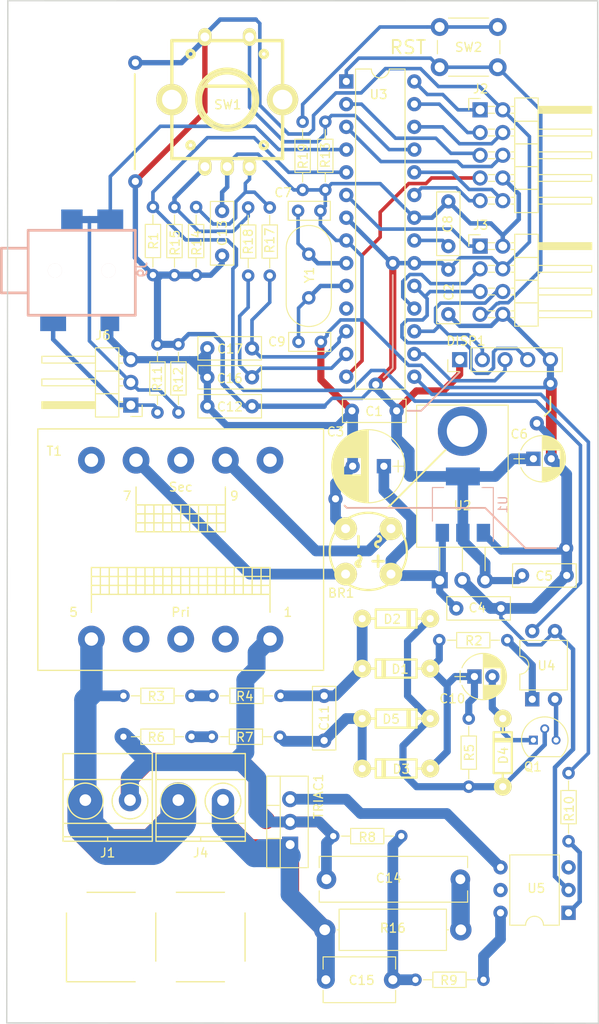
<source format=kicad_pcb>
(kicad_pcb (version 20171130) (host pcbnew "(5.1.12)-1")
  (layers (0 F.Cu signal) (31 B.Cu signal) (34 B.Paste user hide) (35 F.Paste user hide) (36 B.SilkS user hide) (37 F.SilkS user hide) (38 B.Mask user hide) (39 F.Mask user hide) (44 Edge.Cuts user))
  (net 0 "")
  (net 1 "Net-(C11-Pad2)")
  (net 2 "Net-(C11-Pad1)")
  (net 3 "Net-(C10-Pad1)")
  (net 4 "Net-(C10-Pad2)")
  (net 5 GND)
  (net 6 /RENC_A)
  (net 7 /RENC_B)
  (net 8 /SW1)
  (net 9 "Net-(Q1-Pad3)")
  (net 10 VCC)
  (net 11 "Net-(R6-Pad1)")
  (net 12 "Net-(R3-Pad1)")
  (net 13 "Net-(R2-Pad1)")
  (net 14 /ZCROSS_PULSE)
  (net 15 /ROT_PULSE)
  (net 16 "Net-(J6-Pad1)")
  (net 17 "Net-(R10-Pad2)")
  (net 18 /TRIAC_DRIVE)
  (net 19 "Net-(R9-Pad1)")
  (net 20 /TX)
  (net 21 /RX)
  (net 22 /SDA)
  (net 23 /SCL)
  (net 24 /RST)
  (net 25 /MOSI)
  (net 26 /SCK)
  (net 27 /MISO)
  (net 28 /DBG)
  (net 29 /SEG_CS)
  (net 30 "Net-(C9-Pad1)")
  (net 31 "Net-(C7-Pad1)")
  (net 32 "Net-(C8-Pad1)")
  (net 33 /VAC_N)
  (net 34 /VAC_L)
  (net 35 /PD6)
  (net 36 /PD7)
  (net 37 "Net-(D2-Pad2)")
  (net 38 "Net-(BR1-Pad1)")
  (net 39 "Net-(BR1-Pad2)")
  (net 40 "Net-(BR1-Pad3)")
  (net 41 "Net-(C15-Pad2)")
  (net 42 "Net-(TRIAC1-Pad3)")
  (net 43 "Net-(C14-Pad2)")
  (net 44 "Net-(C15-Pad1)")
  (net 45 "Net-(U5-Pad3)")
  (net 46 "Net-(U5-Pad5)")
  (net 47 "Net-(U3-Pad11)")
  (net 48 /PC3)
  (net 49 /PB0)
  (net 50 "Net-(R14-Pad1)")
  (net 51 "Net-(R15-Pad1)")
  (net 52 "Net-(R19-Pad1)")
  (module Buttons_Switches_ThroughHole:SW_PUSH_6mm (layer F.Cu) (at 110.744 55.626 180)
    (fp_text reference SW2 (at 3.2512 2.2352 180) (layer F.SilkS))
    (fp_text value SW_SPST)
    (pad 1 thru_hole circle (at 6.5 0 270) (size 2 2) (drill 1.1) (layers *.Cu *.Mask) (net 24 /RST))
    (pad 2 thru_hole circle (at 6.5 4.5 270) (size 2 2) (drill 1.1) (layers *.Cu *.Mask) (net 52 "Net-(R19-Pad1)"))
    (pad 1 thru_hole circle (at 0 0 270) (size 2 2) (drill 1.1) (layers *.Cu *.Mask) (net 24 /RST))
    (pad 2 thru_hole circle (at 0 4.5 270) (size 2 2) (drill 1.1) (layers *.Cu *.Mask) (net 52 "Net-(R19-Pad1)"))
  )
  (module Pin_Headers:Pin_Header_Angled_2x05_Pitch2.54mm (layer F.Cu) (at 108.7755 60.3885)
    (fp_text reference J2 (at 0.0635 -2.3495) (layer F.SilkS))
    (fp_text value AUX/CONTROL)
    (pad 1 thru_hole rect (at 0 0) (size 1.7 1.7) (drill 1) (layers *.Cu *.Mask) (net 23 /SCL))
    (pad 2 thru_hole oval (at 2.54 0) (size 1.7 1.7) (drill 1) (layers *.Cu *.Mask) (net 10 VCC))
    (pad 3 thru_hole oval (at 0 2.54) (size 1.7 1.7) (drill 1) (layers *.Cu *.Mask) (net 22 /SDA))
    (pad 4 thru_hole oval (at 2.54 2.54) (size 1.7 1.7) (drill 1) (layers *.Cu *.Mask) (net 48 /PC3))
    (pad 5 thru_hole oval (at 0 5.08) (size 1.7 1.7) (drill 1) (layers *.Cu *.Mask) (net 21 /RX))
    (pad 6 thru_hole oval (at 2.54 5.08) (size 1.7 1.7) (drill 1) (layers *.Cu *.Mask) (net 20 /TX))
    (pad 7 thru_hole oval (at 0 7.62) (size 1.7 1.7) (drill 1) (layers *.Cu *.Mask) (net 49 /PB0))
    (pad 8 thru_hole oval (at 2.54 7.62) (size 1.7 1.7) (drill 1) (layers *.Cu *.Mask) (net 5 GND))
    (pad 9 thru_hole oval (at 0 10.16) (size 1.7 1.7) (drill 1) (layers *.Cu *.Mask) (net 35 /PD6))
    (pad 10 thru_hole oval (at 2.54 10.16) (size 1.7 1.7) (drill 1) (layers *.Cu *.Mask) (net 36 /PD7))
  )
  (module Resistors_ThroughHole:R_Axial_DIN0204_L3.6mm_D1.6mm_P7.62mm_Horizontal (layer F.Cu) (at 88.9 61.722 270)
    (fp_text reference R19 (at 3.8608 -0.0508 270) (layer F.SilkS))
    (fp_text value 360)
    (pad 2 thru_hole oval (at 7.62 0 270) (size 1.4 1.4) (drill 0.7) (layers *.Cu *.Mask) (net 5 GND))
    (pad 1 thru_hole circle (at 0 0 270) (size 1.4 1.4) (drill 0.7) (layers *.Cu *.Mask) (net 52 "Net-(R19-Pad1)"))
  )
  (module Pin_Headers:Pin_Header_Angled_1x03_Pitch2.54mm (layer F.Cu) (at 69.6595 93.4085 180)
    (fp_text reference J6 (at 3.1115 7.8105 180) (layer F.SilkS))
    (fp_text value CONN_01X03)
    (pad 1 thru_hole rect (at 0 0 180) (size 1.7 1.7) (drill 1) (layers *.Cu *.Mask) (net 16 "Net-(J6-Pad1)"))
    (pad 2 thru_hole oval (at 0 2.54 180) (size 1.7 1.7) (drill 1) (layers *.Cu *.Mask) (net 15 /ROT_PULSE))
    (pad 3 thru_hole oval (at 0 5.08 180) (size 1.7 1.7) (drill 1) (layers *.Cu *.Mask) (net 5 GND))
  )
  (module iotta_footprints:JUMPER_PIN (layer F.Cu) (at 70.1675 55.118)
    (fp_text reference J8 hide)
    (fp_text value VCC_JUMPER hide)
    (pad 1 thru_hole circle (at 0 0) (size 1.6 1.6) (drill 0.8) (layers *.Cu *.Mask) (net 10 VCC))
  )
  (module w_misc_comp:encoder_alps-ec12d (layer F.Cu) (at 80.4545 59.2455)
    (fp_text reference SW1 (at 0.0635 0.5715) (layer F.SilkS))
    (fp_text value Rotary_Encoder_Switch hide)
    (pad 4 thru_hole oval (at 2.49936 -7.00024) (size 1.50114 1.99898) (drill 1.00076) (layers *.Cu *.Mask F.SilkS) (net 8 /SW1))
    (pad 5 thru_hole oval (at -2.49936 -7.00024) (size 1.50114 1.99898) (drill 1.00076) (layers *.Cu *.Mask F.SilkS) (net 10 VCC))
    (pad "" thru_hole circle (at 6.20014 0) (size 3.50012 3.50012) (drill 2.19964) (layers *.Cu *.Mask F.SilkS))
    (pad "" thru_hole circle (at -6.20014 0) (size 3.50012 3.50012) (drill 2.19964) (layers *.Cu *.Mask F.SilkS))
    (pad 3 thru_hole oval (at 2.49936 7.50062) (size 1.50114 1.99898) (drill 1.00076) (layers *.Cu *.Mask F.SilkS) (net 50 "Net-(R14-Pad1)"))
    (pad 2 thru_hole oval (at 0 7.50062) (size 1.50114 1.99898) (drill 1.00076) (layers *.Cu *.Mask F.SilkS) (net 5 GND))
    (pad 1 thru_hole oval (at -2.49936 7.50062) (size 1.50114 1.99898) (drill 1.00076) (layers *.Cu *.Mask F.SilkS) (net 51 "Net-(R15-Pad1)"))
  )
  (module Capacitors_ThroughHole:C_Rect_L7.0mm_W2.5mm_P5.00mm (layer F.Cu) (at 79.883 71.6915 270)
    (fp_text reference C13 (at 2.4765 -0.0165 270) (layer F.SilkS))
    (fp_text value 100n)
    (pad 2 thru_hole circle (at 5 0 270) (size 1.6 1.6) (drill 0.8) (layers *.Cu *.Mask) (net 10 VCC))
    (pad 1 thru_hole circle (at 0 0 270) (size 1.6 1.6) (drill 0.8) (layers *.Cu *.Mask) (net 5 GND))
  )
  (module Resistors_ThroughHole:R_Axial_DIN0204_L3.6mm_D1.6mm_P7.62mm_Horizontal (layer F.Cu) (at 76.9747 71.2597 270)
    (fp_text reference R14 (at 4.0005 -0.0635 270) (layer F.SilkS))
    (fp_text value 10k)
    (pad 1 thru_hole circle (at 0 0 270) (size 1.4 1.4) (drill 0.7) (layers *.Cu *.Mask) (net 50 "Net-(R14-Pad1)"))
    (pad 2 thru_hole oval (at 7.62 0 270) (size 1.4 1.4) (drill 0.7) (layers *.Cu *.Mask) (net 10 VCC))
  )
  (module Resistors_ThroughHole:R_Axial_DIN0204_L3.6mm_D1.6mm_P7.62mm_Horizontal (layer F.Cu) (at 74.549 71.2597 270)
    (fp_text reference R15 (at 4.0005 -0.0635 270) (layer F.SilkS))
    (fp_text value 10k)
    (pad 2 thru_hole oval (at 7.62 0 270) (size 1.4 1.4) (drill 0.7) (layers *.Cu *.Mask) (net 10 VCC))
    (pad 1 thru_hole circle (at 0 0 270) (size 1.4 1.4) (drill 0.7) (layers *.Cu *.Mask) (net 51 "Net-(R15-Pad1)"))
  )
  (module Resistors_ThroughHole:R_Axial_DIN0204_L3.6mm_D1.6mm_P7.62mm_Horizontal (layer F.Cu) (at 82.804 71.3105 270)
    (fp_text reference R18 (at 3.81 0 270) (layer F.SilkS))
    (fp_text value 2k2)
    (pad 2 thru_hole oval (at 7.62 0 270) (size 1.4 1.4) (drill 0.7) (layers *.Cu *.Mask) (net 6 /RENC_A))
    (pad 1 thru_hole circle (at 0 0 270) (size 1.4 1.4) (drill 0.7) (layers *.Cu *.Mask) (net 51 "Net-(R15-Pad1)"))
  )
  (module Crystals:Crystal_HC49-U_Vertical (layer F.Cu) (at 89.587 76.5283 270)
    (fp_text reference Y1 (at 2.3387 -0.075 270) (layer F.SilkS))
    (fp_text value 16MHz)
    (pad 1 thru_hole circle (at 0 0 270) (size 1.5 1.5) (drill 0.8) (layers *.Cu *.Mask) (net 31 "Net-(C7-Pad1)"))
    (pad 2 thru_hole circle (at 4.88 0 270) (size 1.5 1.5) (drill 0.8) (layers *.Cu *.Mask) (net 30 "Net-(C9-Pad1)"))
  )
  (module Capacitors_ThroughHole:C_Rect_L7.0mm_W2.5mm_P5.00mm (layer F.Cu) (at 78.232 90.297)
    (fp_text reference C16 (at 2.5 0.127) (layer F.SilkS))
    (fp_text value 47n)
    (pad 1 thru_hole circle (at 0 0) (size 1.6 1.6) (drill 0.8) (layers *.Cu *.Mask) (net 5 GND))
    (pad 2 thru_hole circle (at 5 0) (size 1.6 1.6) (drill 0.8) (layers *.Cu *.Mask) (net 6 /RENC_A))
  )
  (module Capacitors_ThroughHole:C_Rect_L7.0mm_W2.5mm_P5.00mm (layer F.Cu) (at 78.232 87.0585)
    (fp_text reference C17 (at 2.54 0.0635) (layer F.SilkS))
    (fp_text value 47n)
    (pad 2 thru_hole circle (at 5 0) (size 1.6 1.6) (drill 0.8) (layers *.Cu *.Mask) (net 7 /RENC_B))
    (pad 1 thru_hole circle (at 0 0) (size 1.6 1.6) (drill 0.8) (layers *.Cu *.Mask) (net 5 GND))
  )
  (module Resistors_ThroughHole:R_Axial_DIN0204_L3.6mm_D1.6mm_P7.62mm_Horizontal (layer F.Cu) (at 85.217 71.3105 270)
    (fp_text reference R17 (at 3.683 0 270) (layer F.SilkS))
    (fp_text value 2k2)
    (pad 1 thru_hole circle (at 0 0 270) (size 1.4 1.4) (drill 0.7) (layers *.Cu *.Mask) (net 50 "Net-(R14-Pad1)"))
    (pad 2 thru_hole oval (at 7.62 0 270) (size 1.4 1.4) (drill 0.7) (layers *.Cu *.Mask) (net 7 /RENC_B))
  )
  (module Housings_DIP:DIP-28_W7.62mm (layer F.Cu) (at 93.7895 57.2135)
    (fp_text reference U3 (at 3.6195 1.4605) (layer F.SilkS))
    (fp_text value ATMEGA328P-PU)
    (pad 28 thru_hole oval (at 7.62 0) (size 1.6 1.6) (drill 0.8) (layers *.Cu *.Mask) (net 23 /SCL))
    (pad 14 thru_hole oval (at 0 33.02) (size 1.6 1.6) (drill 0.8) (layers *.Cu *.Mask) (net 49 /PB0))
    (pad 27 thru_hole oval (at 7.62 2.54) (size 1.6 1.6) (drill 0.8) (layers *.Cu *.Mask) (net 22 /SDA))
    (pad 13 thru_hole oval (at 0 30.48) (size 1.6 1.6) (drill 0.8) (layers *.Cu *.Mask) (net 6 /RENC_A))
    (pad 26 thru_hole oval (at 7.62 5.08) (size 1.6 1.6) (drill 0.8) (layers *.Cu *.Mask) (net 48 /PC3))
    (pad 12 thru_hole oval (at 0 27.94) (size 1.6 1.6) (drill 0.8) (layers *.Cu *.Mask) (net 7 /RENC_B))
    (pad 25 thru_hole oval (at 7.62 7.62) (size 1.6 1.6) (drill 0.8) (layers *.Cu *.Mask) (net 8 /SW1))
    (pad 11 thru_hole oval (at 0 25.4) (size 1.6 1.6) (drill 0.8) (layers *.Cu *.Mask) (net 47 "Net-(U3-Pad11)"))
    (pad 24 thru_hole oval (at 7.62 10.16) (size 1.6 1.6) (drill 0.8) (layers *.Cu *.Mask) (net 36 /PD7))
    (pad 10 thru_hole oval (at 0 22.86) (size 1.6 1.6) (drill 0.8) (layers *.Cu *.Mask) (net 30 "Net-(C9-Pad1)"))
    (pad 23 thru_hole oval (at 7.62 12.7) (size 1.6 1.6) (drill 0.8) (layers *.Cu *.Mask) (net 35 /PD6))
    (pad 9 thru_hole oval (at 0 20.32) (size 1.6 1.6) (drill 0.8) (layers *.Cu *.Mask) (net 31 "Net-(C7-Pad1)"))
    (pad 22 thru_hole oval (at 7.62 15.24) (size 1.6 1.6) (drill 0.8) (layers *.Cu *.Mask) (net 5 GND))
    (pad 8 thru_hole oval (at 0 17.78) (size 1.6 1.6) (drill 0.8) (layers *.Cu *.Mask) (net 5 GND))
    (pad 21 thru_hole oval (at 7.62 17.78) (size 1.6 1.6) (drill 0.8) (layers *.Cu *.Mask) (net 32 "Net-(C8-Pad1)"))
    (pad 7 thru_hole oval (at 0 15.24) (size 1.6 1.6) (drill 0.8) (layers *.Cu *.Mask) (net 10 VCC))
    (pad 20 thru_hole oval (at 7.62 20.32) (size 1.6 1.6) (drill 0.8) (layers *.Cu *.Mask) (net 10 VCC))
    (pad 6 thru_hole oval (at 0 12.7) (size 1.6 1.6) (drill 0.8) (layers *.Cu *.Mask) (net 28 /DBG))
    (pad 19 thru_hole oval (at 7.62 22.86) (size 1.6 1.6) (drill 0.8) (layers *.Cu *.Mask) (net 26 /SCK))
    (pad 5 thru_hole oval (at 0 10.16) (size 1.6 1.6) (drill 0.8) (layers *.Cu *.Mask) (net 14 /ZCROSS_PULSE))
    (pad 18 thru_hole oval (at 7.62 25.4) (size 1.6 1.6) (drill 0.8) (layers *.Cu *.Mask) (net 27 /MISO))
    (pad 4 thru_hole oval (at 0 7.62) (size 1.6 1.6) (drill 0.8) (layers *.Cu *.Mask) (net 15 /ROT_PULSE))
    (pad 17 thru_hole oval (at 7.62 27.94) (size 1.6 1.6) (drill 0.8) (layers *.Cu *.Mask) (net 25 /MOSI))
    (pad 3 thru_hole oval (at 0 5.08) (size 1.6 1.6) (drill 0.8) (layers *.Cu *.Mask) (net 20 /TX))
    (pad 16 thru_hole oval (at 7.62 30.48) (size 1.6 1.6) (drill 0.8) (layers *.Cu *.Mask) (net 29 /SEG_CS))
    (pad 2 thru_hole oval (at 0 2.54) (size 1.6 1.6) (drill 0.8) (layers *.Cu *.Mask) (net 21 /RX))
    (pad 15 thru_hole oval (at 7.62 33.02) (size 1.6 1.6) (drill 0.8) (layers *.Cu *.Mask) (net 18 /TRIAC_DRIVE))
    (pad 1 thru_hole rect (at 0 0) (size 1.6 1.6) (drill 0.8) (layers *.Cu *.Mask) (net 24 /RST))
  )
  (module w_conn_av:jack_3.5_sj1-3514-smt (layer B.Cu) (at 64.262 78.359 90)
    (fp_text reference J9 (at 0.1 6.7 90) (layer B.SilkS) (effects (font (size 0.99822 0.99822) (thickness 0.19812)) (justify mirror)))
    (fp_text value Jack_3.5mm_4pin (at 0 -10.2 90) (layer B.SilkS) (effects (font (size 0.99822 0.99822) (thickness 0.19812)) (justify mirror)))
    (pad "" np_thru_hole circle (at 0 -3.1 90) (size 1.6 1.6) (drill 1.6) (layers *.Cu *.Mask B.SilkS))
    (pad "" np_thru_hole circle (at 0 2.9 90) (size 1.6 1.6) (drill 1.6) (layers *.Cu *.Mask B.SilkS))
    (pad 1 smd rect (at -5.9 -3.3 90) (size 1.75 2.9) (layers B.Cu B.Paste B.Mask) (net 16 "Net-(J6-Pad1)"))
    (pad 3 smd rect (at 5.7 3.1 90) (size 2.25 2.9) (layers B.Cu B.Paste B.Mask) (net 15 /ROT_PULSE))
    (pad 4 smd rect (at -5.9 3.05 90) (size 1.75 2.1) (layers B.Cu B.Paste B.Mask) (net 5 GND))
    (pad 2 smd rect (at 5.7 -1.2 90) (size 2.25 2.4) (layers B.Cu B.Paste B.Mask) (net 15 /ROT_PULSE))
  )
  (module iotta_footprints:TO-220_Horizontal_connected_tab (layer F.Cu) (at 104.2543 112.9919)
    (fp_text reference U2 (at 2.5527 -8.3439) (layer F.SilkS))
    (fp_text value LM2940CT-5.0)
    (pad 2 thru_hole oval (at 2.54 -16.66) (size 5.5 5.5) (drill 3.5) (layers *.Cu *.Mask) (net 5 GND))
    (pad 1 thru_hole rect (at 0 0) (size 1.8 1.8) (drill 1) (layers *.Cu *.Mask) (net 38 "Net-(BR1-Pad1)"))
    (pad 2 thru_hole oval (at 2.54 0) (size 1.8 1.8) (drill 1) (layers *.Cu *.Mask) (net 5 GND))
    (pad 3 thru_hole oval (at 5.08 0) (size 1.8 1.8) (drill 1) (layers *.Cu *.Mask) (net 10 VCC))
  )
  (module iotta_footprints:WireStrap_2X_5HOLES (layer F.Cu) (at 72.4535 147.8915)
    (fp_text reference WIRESTRAP1 hide)
    (fp_text value "2x Ziplock wire strap")
    (pad "" np_thru_hole circle (at 0 0) (size 4.5 4.5) (drill 4.5) (layers *.Cu *.Mask))
    (pad "" np_thru_hole circle (at 0 10) (size 4.5 4.5) (drill 4.5) (layers *.Cu *.Mask))
    (pad "" np_thru_hole circle (at -10 0) (size 4.5 4.5) (drill 4.5) (layers *.Cu *.Mask))
    (pad "" np_thru_hole circle (at 10 0) (size 4.5 4.5) (drill 4.5) (layers *.Cu *.Mask))
    (pad "" np_thru_hole circle (at 10 10) (size 4.5 4.5) (drill 4.5) (layers *.Cu *.Mask))
  )
  (module iotta_footprints:JUMPER_PIN (layer F.Cu) (at 92.583 103.886)
    (fp_text reference J7 hide)
    (fp_text value GND_JUMPER hide)
    (pad 1 thru_hole circle (at 0 0) (size 1.6 1.6) (drill 0.8) (layers *.Cu *.Mask) (net 5 GND))
  )
  (module iotta_footprints:JUMPER_PIN (layer F.Cu) (at 118.4148 109.3978)
    (fp_text reference J7 hide)
    (fp_text value GND_JUMPER hide)
    (pad 1 thru_hole circle (at 0 0) (size 1.6 1.6) (drill 0.8) (layers *.Cu *.Mask) (net 5 GND))
  )
  (module iotta_footprints:JUMPER_PIN (layer F.Cu) (at 97.0915 91.1225)
    (fp_text reference J8 hide)
    (fp_text value VCC_JUMPER hide)
    (pad 1 thru_hole circle (at 0 0) (size 1.6 1.6) (drill 0.8) (layers *.Cu *.Mask) (net 10 VCC))
  )
  (module iotta_footprints:JUMPER_PIN (layer F.Cu) (at 70.1675 68.3895)
    (fp_text reference J8 hide)
    (fp_text value VCC_JUMPER hide)
    (pad 1 thru_hole circle (at 0 0) (size 1.6 1.6) (drill 0.8) (layers *.Cu *.Mask) (net 10 VCC))
  )
  (module iotta_footprints:JUMPER_PIN (layer F.Cu) (at 115.1255 95.4405)
    (fp_text reference J7 hide)
    (fp_text value GND_JUMPER hide)
    (pad 1 thru_hole circle (at 0 0) (size 1.6 1.6) (drill 0.8) (layers *.Cu *.Mask) (net 5 GND))
  )
  (module iotta_footprints:JUMPER_PIN (layer F.Cu) (at 116.6495 90.9955)
    (fp_text reference J7 hide)
    (fp_text value GND_JUMPER hide)
    (pad 1 thru_hole circle (at 0 0) (size 1.6 1.6) (drill 0.8) (layers *.Cu *.Mask) (net 5 GND))
  )
  (module iotta_footprints:JUMPER_PIN (layer F.Cu) (at 98.9965 77.5335)
    (fp_text reference J8 hide)
    (fp_text value VCC_JUMPER hide)
    (pad 1 thru_hole circle (at 0 0) (size 1.6 1.6) (drill 0.8) (layers *.Cu *.Mask) (net 10 VCC))
  )
  (module Resistors_ThroughHole:R_Axial_DIN0204_L3.6mm_D1.6mm_P7.62mm_Horizontal (layer F.Cu) (at 91.44 69.342 90)
    (fp_text reference R13 (at 3.8735 0 90) (layer F.SilkS))
    (fp_text value 10k)
    (pad 2 thru_hole oval (at 7.62 0 90) (size 1.4 1.4) (drill 0.7) (layers *.Cu *.Mask) (net 8 /SW1))
    (pad 1 thru_hole circle (at 0 0 90) (size 1.4 1.4) (drill 0.7) (layers *.Cu *.Mask) (net 5 GND))
  )
  (module Housings_DIP:DIP-4_W7.62mm (layer F.Cu) (at 114.6175 126.3015 90)
    (fp_text reference U4 (at 3.7465 1.5875 180) (layer F.SilkS))
    (fp_text value PC817)
    (pad 4 thru_hole oval (at 7.62 0 90) (size 1.6 1.6) (drill 0.8) (layers *.Cu *.Mask) (net 14 /ZCROSS_PULSE))
    (pad 2 thru_hole oval (at 0 2.54 90) (size 1.6 1.6) (drill 0.8) (layers *.Cu *.Mask) (net 9 "Net-(Q1-Pad3)"))
    (pad 3 thru_hole oval (at 7.62 2.54 90) (size 1.6 1.6) (drill 0.8) (layers *.Cu *.Mask) (net 5 GND))
    (pad 1 thru_hole rect (at 0 0 90) (size 1.6 1.6) (drill 0.8) (layers *.Cu *.Mask) (net 13 "Net-(R2-Pad1)"))
  )
  (module Capacitors_ThroughHole:C_Rect_L7.0mm_W2.5mm_P5.00mm (layer F.Cu) (at 105.2195 75.6285 90)
    (fp_text reference C8 (at 2.4765 -0.0635 90) (layer F.SilkS))
    (fp_text value 100n)
    (pad 2 thru_hole circle (at 5 0 90) (size 1.6 1.6) (drill 0.8) (layers *.Cu *.Mask) (net 5 GND))
    (pad 1 thru_hole circle (at 0 0 90) (size 1.6 1.6) (drill 0.8) (layers *.Cu *.Mask) (net 32 "Net-(C8-Pad1)"))
  )
  (module Pin_Headers:Pin_Header_Angled_2x04_Pitch2.54mm (layer F.Cu) (at 108.7755 75.6285)
    (fp_text reference J3 (at 0.0635 -2.3495) (layer F.SilkS))
    (fp_text value ICP)
    (pad 8 thru_hole oval (at 2.54 7.62) (size 1.7 1.7) (drill 1) (layers *.Cu *.Mask) (net 5 GND))
    (pad 7 thru_hole oval (at 0 7.62) (size 1.7 1.7) (drill 1) (layers *.Cu *.Mask) (net 24 /RST))
    (pad 6 thru_hole oval (at 2.54 5.08) (size 1.7 1.7) (drill 1) (layers *.Cu *.Mask) (net 25 /MOSI))
    (pad 5 thru_hole oval (at 0 5.08) (size 1.7 1.7) (drill 1) (layers *.Cu *.Mask) (net 26 /SCK))
    (pad 4 thru_hole oval (at 2.54 2.54) (size 1.7 1.7) (drill 1) (layers *.Cu *.Mask) (net 10 VCC))
    (pad 3 thru_hole oval (at 0 2.54) (size 1.7 1.7) (drill 1) (layers *.Cu *.Mask) (net 27 /MISO))
    (pad 2 thru_hole oval (at 2.54 0) (size 1.7 1.7) (drill 1) (layers *.Cu *.Mask) (net 5 GND))
    (pad 1 thru_hole rect (at 0 0) (size 1.7 1.7) (drill 1) (layers *.Cu *.Mask) (net 28 /DBG))
  )
  (module Resistors_ThroughHole:R_Axial_DIN0204_L3.6mm_D1.6mm_P7.62mm_Horizontal (layer F.Cu) (at 74.9935 94.234 90)
    (fp_text reference R12 (at 3.6485 -0.0185 90) (layer F.SilkS))
    (fp_text value 10k)
    (pad 2 thru_hole oval (at 7.62 0 90) (size 1.4 1.4) (drill 0.7) (layers *.Cu *.Mask) (net 10 VCC))
    (pad 1 thru_hole circle (at 0 0 90) (size 1.4 1.4) (drill 0.7) (layers *.Cu *.Mask) (net 15 /ROT_PULSE))
  )
  (module Transformers_CHK:Trafo_CHK-EI30-2VA_1xSec (layer F.Cu) (at 75.2475 109.57052 90)
    (fp_text reference T1 (at 11.01852 -14.1605 180) (layer F.SilkS))
    (fp_text value "230 - 6VAC (Spitznagel SPK 01406)")
    (fp_text user 1 (at -7.00024 11.99896 180) (layer F.SilkS))
    (fp_text user 5 (at -7.00024 -11.99896 180) (layer F.SilkS))
    (fp_text user 7 (at 5.99948 -5.99948 180) (layer F.SilkS))
    (fp_text user 9 (at 5.99948 6.00202 180) (layer F.SilkS))
    (fp_text user Pri (at -7.00024 0 180) (layer F.SilkS))
    (fp_text user Sec (at 7.00024 0 180) (layer F.SilkS))
    (pad 10 thru_hole circle (at 9.99998 9.99998 90) (size 2.99974 2.99974) (drill 1.50114) (layers *.Cu *.Mask))
    (pad 9 thru_hole circle (at 9.99998 5.00126 90) (size 2.99974 2.99974) (drill 1.50114) (layers *.Cu *.Mask) (net 39 "Net-(BR1-Pad2)"))
    (pad 8 thru_hole circle (at 9.99998 0 90) (size 2.99974 2.99974) (drill 1.50114) (layers *.Cu *.Mask))
    (pad 7 thru_hole circle (at 9.99998 -5.00126 90) (size 2.99974 2.99974) (drill 1.50114) (layers *.Cu *.Mask) (net 40 "Net-(BR1-Pad3)"))
    (pad 6 thru_hole circle (at 9.99998 -9.99998 90) (size 2.99974 2.99974) (drill 1.50114) (layers *.Cu *.Mask))
    (pad 5 thru_hole circle (at -9.99998 -9.99998 90) (size 2.99974 2.99974) (drill 1.50114) (layers *.Cu *.Mask) (net 33 /VAC_N))
    (pad 4 thru_hole circle (at -9.99998 -5.00126 90) (size 2.99974 2.99974) (drill 1.50114) (layers *.Cu *.Mask))
    (pad 3 thru_hole circle (at -9.99998 0 90) (size 2.99974 2.99974) (drill 1.50114) (layers *.Cu *.Mask))
    (pad 2 thru_hole circle (at -9.99998 5.00126 90) (size 2.99974 2.99974) (drill 1.50114) (layers *.Cu *.Mask))
    (pad 1 thru_hole circle (at -9.99998 9.99998 90) (size 2.99974 2.99974) (drill 1.50114) (layers *.Cu *.Mask) (net 34 /VAC_L))
  )
  (module Terminal_Blocks:TerminalBlock_Pheonix_MKDS1.5-2pol (layer F.Cu) (at 64.5668 137.5791)
    (fp_text reference J1 (at 2.5 5.9) (layer F.SilkS))
    (fp_text value "VAC 230V")
    (pad 1 thru_hole rect (at 0 0) (size 2.5 2.5) (drill 1.3) (layers *.Cu *.Mask) (net 33 /VAC_N))
    (pad 2 thru_hole circle (at 5 0) (size 2.5 2.5) (drill 1.3) (layers *.Cu *.Mask) (net 34 /VAC_L))
  )
  (module Capacitors_ThroughHole:C_Disc_D8.0mm_W5.0mm_P7.50mm (layer F.Cu) (at 99.0035 157.6705 180)
    (fp_text reference C15 (at 3.4995 -0.0635 180) (layer F.SilkS))
    (fp_text value 1n)
    (pad 2 thru_hole circle (at 7.5 0 180) (size 2 2) (drill 1) (layers *.Cu *.Mask) (net 41 "Net-(C15-Pad2)"))
    (pad 1 thru_hole circle (at 0 0 180) (size 2 2) (drill 1) (layers *.Cu *.Mask) (net 44 "Net-(C15-Pad1)"))
  )
  (module Resistors_ThroughHole:R_Axial_DIN0204_L3.6mm_D1.6mm_P7.62mm_Horizontal (layer F.Cu) (at 107.5055 136.0805 90)
    (fp_text reference R5 (at 3.81 0.0635 90) (layer F.SilkS))
    (fp_text value 33k)
    (pad 1 thru_hole circle (at 0 0 90) (size 1.4 1.4) (drill 0.7) (layers *.Cu *.Mask) (net 37 "Net-(D2-Pad2)"))
    (pad 2 thru_hole oval (at 7.62 0 90) (size 1.4 1.4) (drill 0.7) (layers *.Cu *.Mask) (net 3 "Net-(C10-Pad1)"))
  )
  (module Housings_DIP:DIP-6_W7.62mm (layer F.Cu) (at 118.6815 150.1775 180)
    (fp_text reference U5 (at 3.6195 2.7305 180) (layer F.SilkS))
    (fp_text value MOC3020M)
    (pad 6 thru_hole oval (at 7.62 0 180) (size 1.6 1.6) (drill 0.8) (layers *.Cu *.Mask) (net 19 "Net-(R9-Pad1)"))
    (pad 3 thru_hole oval (at 0 5.08 180) (size 1.6 1.6) (drill 0.8) (layers *.Cu *.Mask) (net 45 "Net-(U5-Pad3)"))
    (pad 5 thru_hole oval (at 7.62 2.54 180) (size 1.6 1.6) (drill 0.8) (layers *.Cu *.Mask) (net 46 "Net-(U5-Pad5)"))
    (pad 2 thru_hole oval (at 0 2.54 180) (size 1.6 1.6) (drill 0.8) (layers *.Cu *.Mask) (net 5 GND))
    (pad 4 thru_hole oval (at 7.62 5.08 180) (size 1.6 1.6) (drill 0.8) (layers *.Cu *.Mask) (net 42 "Net-(TRIAC1-Pad3)"))
    (pad 1 thru_hole rect (at 0 0 180) (size 1.6 1.6) (drill 0.8) (layers *.Cu *.Mask) (net 17 "Net-(R10-Pad2)"))
  )
  (module Terminal_Blocks:TerminalBlock_Pheonix_MKDS1.5-2pol (layer F.Cu) (at 74.9808 137.5791)
    (fp_text reference J4 (at 2.5 5.9) (layer F.SilkS))
    (fp_text value "Load output")
    (pad 2 thru_hole circle (at 5 0) (size 2.5 2.5) (drill 1.3) (layers *.Cu *.Mask) (net 41 "Net-(C15-Pad2)"))
    (pad 1 thru_hole rect (at 0 0) (size 2.5 2.5) (drill 1.3) (layers *.Cu *.Mask) (net 33 /VAC_N))
  )
  (module TO_SOT_Packages_SMD:SOT-223 (layer B.Cu) (at 106.8451 104.5337 90)
    (fp_text reference U1 (at 0 4.5 90) (layer B.SilkS) (effects (justify mirror)))
    (fp_text value LT1117-5)
    (pad 4 smd rect (at 3.15 0 90) (size 2 3.8) (layers B.Cu B.Paste B.Mask) (net 10 VCC))
    (pad 2 smd rect (at -3.15 0 90) (size 2 1.5) (layers B.Cu B.Paste B.Mask) (net 10 VCC))
    (pad 3 smd rect (at -3.15 -2.3 90) (size 2 1.5) (layers B.Cu B.Paste B.Mask) (net 38 "Net-(BR1-Pad1)"))
    (pad 1 smd rect (at -3.15 2.3 90) (size 2 1.5) (layers B.Cu B.Paste B.Mask) (net 5 GND))
  )
  (module Capacitors_ThroughHole:C_Rect_L7.0mm_W2.5mm_P5.00mm (layer F.Cu) (at 106.1085 116.1415)
    (fp_text reference C4 (at 2.3495 -0.0635) (layer F.SilkS))
    (fp_text value 470n)
    (pad 1 thru_hole circle (at 0 0) (size 1.6 1.6) (drill 0.8) (layers *.Cu *.Mask) (net 38 "Net-(BR1-Pad1)"))
    (pad 2 thru_hole circle (at 5 0) (size 1.6 1.6) (drill 0.8) (layers *.Cu *.Mask) (net 5 GND))
  )
  (module Capacitors_ThroughHole:C_Rect_L7.0mm_W2.5mm_P5.00mm (layer F.Cu) (at 99.4245 94.0435 180)
    (fp_text reference C1 (at 2.5235 -0.0635 180) (layer F.SilkS))
    (fp_text value 100n)
    (pad 2 thru_hole circle (at 5 0 180) (size 1.6 1.6) (drill 0.8) (layers *.Cu *.Mask) (net 5 GND))
    (pad 1 thru_hole circle (at 0 0 180) (size 1.6 1.6) (drill 0.8) (layers *.Cu *.Mask) (net 10 VCC))
  )
  (module Capacitors_ThroughHole:C_Rect_L4.6mm_W2.0mm_P2.50mm_MKS02_FKP02 (layer F.Cu) (at 88.392 71.6788)
    (fp_text reference C7 (at -1.6764 -2.032) (layer F.SilkS))
    (fp_text value 27p)
    (pad 2 thru_hole circle (at 2.5 0) (size 1.4 1.4) (drill 0.7) (layers *.Cu *.Mask) (net 5 GND))
    (pad 1 thru_hole circle (at 0 0) (size 1.4 1.4) (drill 0.7) (layers *.Cu *.Mask) (net 31 "Net-(C7-Pad1)"))
  )
  (module Capacitors_ThroughHole:C_Rect_L4.6mm_W2.0mm_P2.50mm_MKS02_FKP02 (layer F.Cu) (at 88.4428 86.3346)
    (fp_text reference C9 (at -2.432 -0.0108) (layer F.SilkS))
    (fp_text value 27p)
    (pad 1 thru_hole circle (at 0 0) (size 1.4 1.4) (drill 0.7) (layers *.Cu *.Mask) (net 30 "Net-(C9-Pad1)"))
    (pad 2 thru_hole circle (at 2.5 0) (size 1.4 1.4) (drill 0.7) (layers *.Cu *.Mask) (net 5 GND))
  )
  (module Capacitors_ThroughHole:C_Rect_L7.0mm_W2.5mm_P5.00mm (layer F.Cu) (at 105.2195 83.2485 90)
    (fp_text reference C2 (at 2.4765 0.0635 90) (layer F.SilkS))
    (fp_text value 100n)
    (pad 2 thru_hole circle (at 5 0 90) (size 1.6 1.6) (drill 0.8) (layers *.Cu *.Mask) (net 10 VCC))
    (pad 1 thru_hole circle (at 0 0 90) (size 1.6 1.6) (drill 0.8) (layers *.Cu *.Mask) (net 5 GND))
  )
  (module Resistors_ThroughHole:R_Axial_DIN0204_L3.6mm_D1.6mm_P7.62mm_Horizontal (layer F.Cu) (at 86.36 130.4925 180)
    (fp_text reference R7 (at 3.937 -0.0635 180) (layer F.SilkS))
    (fp_text value 220k)
    (pad 2 thru_hole oval (at 7.62 0 180) (size 1.4 1.4) (drill 0.7) (layers *.Cu *.Mask) (net 11 "Net-(R6-Pad1)"))
    (pad 1 thru_hole circle (at 0 0 180) (size 1.4 1.4) (drill 0.7) (layers *.Cu *.Mask) (net 1 "Net-(C11-Pad2)"))
  )
  (module Resistors_ThroughHole:R_Axial_DIN0204_L3.6mm_D1.6mm_P7.62mm_Horizontal (layer F.Cu) (at 76.454 130.4925 180)
    (fp_text reference R6 (at 3.937 -0.0635 180) (layer F.SilkS))
    (fp_text value 120k)
    (pad 2 thru_hole oval (at 7.62 0 180) (size 1.4 1.4) (drill 0.7) (layers *.Cu *.Mask) (net 34 /VAC_L))
    (pad 1 thru_hole circle (at 0 0 180) (size 1.4 1.4) (drill 0.7) (layers *.Cu *.Mask) (net 11 "Net-(R6-Pad1)"))
  )
  (module Resistors_ThroughHole:R_Axial_DIN0204_L3.6mm_D1.6mm_P7.62mm_Horizontal (layer F.Cu) (at 86.4235 125.9205 180)
    (fp_text reference R4 (at 4.0005 -0.0635 180) (layer F.SilkS))
    (fp_text value 220k)
    (pad 2 thru_hole oval (at 7.62 0 180) (size 1.4 1.4) (drill 0.7) (layers *.Cu *.Mask) (net 12 "Net-(R3-Pad1)"))
    (pad 1 thru_hole circle (at 0 0 180) (size 1.4 1.4) (drill 0.7) (layers *.Cu *.Mask) (net 2 "Net-(C11-Pad1)"))
  )
  (module Capacitors_ThroughHole:CP_Radial_D5.0mm_P2.00mm (layer F.Cu) (at 108.1405 123.7615)
    (fp_text reference C10 (at -2.4765 2.4765) (layer F.SilkS))
    (fp_text value 10u)
    (pad 2 thru_hole circle (at 2 0) (size 1.6 1.6) (drill 0.8) (layers *.Cu *.Mask) (net 4 "Net-(C10-Pad2)"))
    (pad 1 thru_hole rect (at 0 0) (size 1.6 1.6) (drill 0.8) (layers *.Cu *.Mask) (net 3 "Net-(C10-Pad1)"))
  )
  (module w_pth_diodes:bridge_wob (layer F.Cu) (at 96.2533 109.7661 90)
    (fp_text reference BR1 (at -4.6609 -3.0353 180) (layer F.SilkS))
    (fp_text value D_Bridge_+AA- hide)
    (fp_text user ~ (at -1.27 -1.016 90) (layer F.SilkS) (effects (font (size 1.524 1.524) (thickness 0.3048))))
    (fp_text user ~ (at 1.778 2.032 90) (layer F.SilkS) (effects (font (size 1.524 1.524) (thickness 0.3048))))
    (pad 1 thru_hole circle (at -2.54 2.54 90) (size 2.54 2.54) (drill 1.00076) (layers *.Cu *.Mask F.SilkS) (net 38 "Net-(BR1-Pad1)"))
    (pad 2 thru_hole circle (at 2.54 2.54 90) (size 2.54 2.54) (drill 1.00076) (layers *.Cu *.Mask F.SilkS) (net 39 "Net-(BR1-Pad2)"))
    (pad 4 thru_hole circle (at 2.54 -2.54 90) (size 2.54 2.54) (drill 1.00076) (layers *.Cu *.Mask F.SilkS) (net 5 GND))
    (pad 3 thru_hole circle (at -2.54 -2.54 90) (size 2.54 2.54) (drill 1.00076) (layers *.Cu *.Mask F.SilkS) (net 40 "Net-(BR1-Pad3)"))
  )
  (module Capacitors_ThroughHole:C_Rect_L16.5mm_W5.0mm_P15.00mm_MKT (layer F.Cu) (at 91.567 146.431)
    (fp_text reference C14 (at 6.985 -0.127) (layer F.SilkS))
    (fp_text value 10n)
    (pad 2 thru_hole circle (at 15 0) (size 2.2 2.2) (drill 1.1) (layers *.Cu *.Mask) (net 43 "Net-(C14-Pad2)"))
    (pad 1 thru_hole circle (at 0 0) (size 2.2 2.2) (drill 1.1) (layers *.Cu *.Mask) (net 34 /VAC_L))
  )
  (module TO_SOT_Packages_THT:TO-220_Vertical (layer F.Cu) (at 87.503 142.5575 90)
    (fp_text reference TRIAC1 (at 5.3975 3.175 90) (layer F.SilkS))
    (fp_text value BT138)
    (pad 3 thru_hole oval (at 5.08 0 90) (size 1.8 1.8) (drill 1) (layers *.Cu *.Mask) (net 42 "Net-(TRIAC1-Pad3)"))
    (pad 2 thru_hole oval (at 2.54 0 90) (size 1.8 1.8) (drill 1) (layers *.Cu *.Mask) (net 34 /VAC_L))
    (pad 1 thru_hole rect (at 0 0 90) (size 1.8 1.8) (drill 1) (layers *.Cu *.Mask) (net 41 "Net-(C15-Pad2)"))
  )
  (module Resistors_ThroughHole:R_Axial_DIN0414_L11.9mm_D4.5mm_P15.24mm_Horizontal (layer F.Cu) (at 91.3765 152.0825)
    (fp_text reference R16 (at 7.62 -0.1905) (layer F.SilkS))
    (fp_text value 47)
    (pad 2 thru_hole oval (at 15.24 0) (size 2.4 2.4) (drill 1.2) (layers *.Cu *.Mask) (net 43 "Net-(C14-Pad2)"))
    (pad 1 thru_hole circle (at 0 0) (size 2.4 2.4) (drill 1.2) (layers *.Cu *.Mask) (net 41 "Net-(C15-Pad2)"))
  )
  (module Capacitors_ThroughHole:CP_Radial_D8.0mm_P3.50mm (layer F.Cu) (at 98.0007 100.2411 180)
    (fp_text reference C3 (at 5.4177 3.8481 180) (layer F.SilkS))
    (fp_text value 220u)
    (pad 2 thru_hole circle (at 3.5 0 180) (size 1.6 1.6) (drill 0.8) (layers *.Cu *.Mask) (net 5 GND))
    (pad 1 thru_hole rect (at 0 0 180) (size 1.6 1.6) (drill 0.8) (layers *.Cu *.Mask) (net 38 "Net-(BR1-Pad1)"))
  )
  (module w_pth_diodes:diode_do35 (layer F.Cu) (at 99.3775 128.4605)
    (fp_text reference D5 (at -0.5715 0.0635) (layer F.SilkS))
    (fp_text value 1N4841 hide)
    (pad 2 thru_hole circle (at 3.81 0) (size 1.99898 1.99898) (drill 0.8001) (layers *.Cu *.Mask F.SilkS) (net 37 "Net-(D2-Pad2)"))
    (pad 1 thru_hole circle (at -3.81 0) (size 1.99898 1.99898) (drill 0.8001) (layers *.Cu *.Mask F.SilkS) (net 1 "Net-(C11-Pad2)"))
  )
  (module w_pth_diodes:diode_do35 (layer F.Cu) (at 111.3155 132.2705 90)
    (fp_text reference D4 (at -0.3175 0.0635 90) (layer F.SilkS))
    (fp_text value 1N4841 hide)
    (pad 1 thru_hole circle (at -3.81 0 90) (size 1.99898 1.99898) (drill 0.8001) (layers *.Cu *.Mask F.SilkS) (net 37 "Net-(D2-Pad2)"))
    (pad 2 thru_hole circle (at 3.81 0 90) (size 1.99898 1.99898) (drill 0.8001) (layers *.Cu *.Mask F.SilkS) (net 4 "Net-(C10-Pad2)"))
  )
  (module w_pth_diodes:diode_do35 (layer F.Cu) (at 99.3775 134.0485 180)
    (fp_text reference D3 (at -0.5715 -0.0635 180) (layer F.SilkS))
    (fp_text value 1N4841 hide)
    (pad 1 thru_hole circle (at -3.81 0 180) (size 1.99898 1.99898) (drill 0.8001) (layers *.Cu *.Mask F.SilkS) (net 3 "Net-(C10-Pad1)"))
    (pad 2 thru_hole circle (at 3.81 0 180) (size 1.99898 1.99898) (drill 0.8001) (layers *.Cu *.Mask F.SilkS) (net 1 "Net-(C11-Pad2)"))
  )
  (module w_pth_diodes:diode_do35 (layer F.Cu) (at 99.3775 122.8725 180)
    (fp_text reference D1 (at -0.4445 -0.0635 180) (layer F.SilkS))
    (fp_text value 1N4841 hide)
    (pad 1 thru_hole circle (at -3.81 0 180) (size 1.99898 1.99898) (drill 0.8001) (layers *.Cu *.Mask F.SilkS) (net 3 "Net-(C10-Pad1)"))
    (pad 2 thru_hole circle (at 3.81 0 180) (size 1.99898 1.99898) (drill 0.8001) (layers *.Cu *.Mask F.SilkS) (net 2 "Net-(C11-Pad1)"))
  )
  (module w_pth_diodes:diode_do35 (layer F.Cu) (at 99.3775 117.2845)
    (fp_text reference D2 (at -0.4445 0.0635) (layer F.SilkS))
    (fp_text value 1N4841 hide)
    (pad 2 thru_hole circle (at 3.81 0) (size 1.99898 1.99898) (drill 0.8001) (layers *.Cu *.Mask F.SilkS) (net 37 "Net-(D2-Pad2)"))
    (pad 1 thru_hole circle (at -3.81 0) (size 1.99898 1.99898) (drill 0.8001) (layers *.Cu *.Mask F.SilkS) (net 2 "Net-(C11-Pad1)"))
  )
  (module Resistors_ThroughHole:R_Axial_DIN0204_L3.6mm_D1.6mm_P7.62mm_Horizontal (layer F.Cu) (at 111.8235 119.6975 180)
    (fp_text reference R2 (at 3.7465 -0.0635 180) (layer F.SilkS))
    (fp_text value 1k)
    (pad 2 thru_hole oval (at 7.62 0 180) (size 1.4 1.4) (drill 0.7) (layers *.Cu *.Mask) (net 3 "Net-(C10-Pad1)"))
    (pad 1 thru_hole circle (at 0 0 180) (size 1.4 1.4) (drill 0.7) (layers *.Cu *.Mask) (net 13 "Net-(R2-Pad1)"))
  )
  (module Capacitors_ThroughHole:C_Rect_L7.0mm_W2.5mm_P5.00mm (layer F.Cu) (at 91.313 125.9205 270)
    (fp_text reference C11 (at 2.4765 0 270) (layer F.SilkS))
    (fp_text value 1n)
    (pad 2 thru_hole circle (at 5 0 270) (size 1.6 1.6) (drill 0.8) (layers *.Cu *.Mask) (net 1 "Net-(C11-Pad2)"))
    (pad 1 thru_hole circle (at 0 0 270) (size 1.6 1.6) (drill 0.8) (layers *.Cu *.Mask) (net 2 "Net-(C11-Pad1)"))
  )
  (module Resistors_ThroughHole:R_Axial_DIN0204_L3.6mm_D1.6mm_P7.62mm_Horizontal (layer F.Cu) (at 76.454 125.9205 180)
    (fp_text reference R3 (at 3.937 -0.0635 180) (layer F.SilkS))
    (fp_text value 120k)
    (pad 2 thru_hole oval (at 7.62 0 180) (size 1.4 1.4) (drill 0.7) (layers *.Cu *.Mask) (net 33 /VAC_N))
    (pad 1 thru_hole circle (at 0 0 180) (size 1.4 1.4) (drill 0.7) (layers *.Cu *.Mask) (net 12 "Net-(R3-Pad1)"))
  )
  (module Resistors_ThroughHole:R_Axial_DIN0204_L3.6mm_D1.6mm_P7.62mm_Horizontal (layer F.Cu) (at 72.136 71.247 270)
    (fp_text reference R1 (at 3.81 -0.0635 270) (layer F.SilkS))
    (fp_text value 10k)
    (pad 1 thru_hole circle (at 0 0 270) (size 1.4 1.4) (drill 0.7) (layers *.Cu *.Mask) (net 14 /ZCROSS_PULSE))
    (pad 2 thru_hole oval (at 7.62 0 270) (size 1.4 1.4) (drill 0.7) (layers *.Cu *.Mask) (net 10 VCC))
  )
  (module TO_SOT_Packages_THT:TO-92_Molded_Narrow (layer F.Cu) (at 114.7445 130.8735)
    (fp_text reference Q1 (at -0.0635 2.9845) (layer F.SilkS))
    (fp_text value 2N3904)
    (pad 1 thru_hole rect (at 0 0 90) (size 1 1) (drill 0.6) (layers *.Cu *.Mask) (net 4 "Net-(C10-Pad2)"))
    (pad 3 thru_hole circle (at 2.54 0 90) (size 1 1) (drill 0.6) (layers *.Cu *.Mask) (net 9 "Net-(Q1-Pad3)"))
    (pad 2 thru_hole circle (at 1.27 -1.27 90) (size 1 1) (drill 0.6) (layers *.Cu *.Mask) (net 37 "Net-(D2-Pad2)"))
  )
  (module Capacitors_ThroughHole:CP_Radial_D5.0mm_P2.00mm (layer F.Cu) (at 114.7445 99.4095)
    (fp_text reference C6 (at -1.5875 -2.7625) (layer F.SilkS))
    (fp_text value 100u)
    (pad 1 thru_hole rect (at 0 0) (size 1.6 1.6) (drill 0.8) (layers *.Cu *.Mask) (net 10 VCC))
    (pad 2 thru_hole circle (at 2 0) (size 1.6 1.6) (drill 0.8) (layers *.Cu *.Mask) (net 5 GND))
  )
  (module Capacitors_ThroughHole:C_Rect_L7.0mm_W2.5mm_P5.00mm (layer F.Cu) (at 83.232 93.5355 180)
    (fp_text reference C12 (at 2.4765 -0.0635 180) (layer F.SilkS))
    (fp_text value 100n)
    (pad 1 thru_hole circle (at 0 0 180) (size 1.6 1.6) (drill 0.8) (layers *.Cu *.Mask) (net 10 VCC))
    (pad 2 thru_hole circle (at 5 0 180) (size 1.6 1.6) (drill 0.8) (layers *.Cu *.Mask) (net 5 GND))
  )
  (module Capacitors_ThroughHole:C_Rect_L7.0mm_W2.5mm_P5.00mm (layer F.Cu) (at 113.4745 112.4585)
    (fp_text reference C5 (at 2.4765 0.0635) (layer F.SilkS))
    (fp_text value 100n)
    (pad 2 thru_hole circle (at 5 0) (size 1.6 1.6) (drill 0.8) (layers *.Cu *.Mask) (net 5 GND))
    (pad 1 thru_hole circle (at 0 0) (size 1.6 1.6) (drill 0.8) (layers *.Cu *.Mask) (net 10 VCC))
  )
  (module Pin_Headers:Pin_Header_Straight_1x05_Pitch2.54mm (layer F.Cu) (at 106.4895 88.3285 90)
    (fp_text reference DISP1 (at 2.0955 0.6985 180) (layer F.SilkS))
    (fp_text value 8x7SEG)
    (pad 5 thru_hole oval (at 0 10.16 90) (size 1.7 1.7) (drill 1) (layers *.Cu *.Mask) (net 5 GND))
    (pad 4 thru_hole oval (at 0 7.62 90) (size 1.7 1.7) (drill 1) (layers *.Cu *.Mask) (net 26 /SCK))
    (pad 3 thru_hole oval (at 0 5.08 90) (size 1.7 1.7) (drill 1) (layers *.Cu *.Mask) (net 29 /SEG_CS))
    (pad 2 thru_hole oval (at 0 2.54 90) (size 1.7 1.7) (drill 1) (layers *.Cu *.Mask) (net 25 /MOSI))
    (pad 1 thru_hole rect (at 0 0 90) (size 1.7 1.7) (drill 1) (layers *.Cu *.Mask) (net 10 VCC))
  )
  (module Resistors_ThroughHole:R_Axial_DIN0204_L3.6mm_D1.6mm_P7.62mm_Horizontal (layer F.Cu) (at 109.1565 157.6705 180)
    (fp_text reference R9 (at 3.8735 -0.0635 180) (layer F.SilkS))
    (fp_text value 360)
    (pad 1 thru_hole circle (at 0 0 180) (size 1.4 1.4) (drill 0.7) (layers *.Cu *.Mask) (net 19 "Net-(R9-Pad1)"))
    (pad 2 thru_hole oval (at 7.62 0 180) (size 1.4 1.4) (drill 0.7) (layers *.Cu *.Mask) (net 44 "Net-(C15-Pad1)"))
  )
  (module Resistors_ThroughHole:R_Axial_DIN0204_L3.6mm_D1.6mm_P7.62mm_Horizontal (layer F.Cu) (at 118.6815 134.5565 270)
    (fp_text reference R10 (at 4.0005 -0.0635 270) (layer F.SilkS))
    (fp_text value 1k)
    (pad 1 thru_hole circle (at 0 0 270) (size 1.4 1.4) (drill 0.7) (layers *.Cu *.Mask) (net 18 /TRIAC_DRIVE))
    (pad 2 thru_hole oval (at 7.62 0 270) (size 1.4 1.4) (drill 0.7) (layers *.Cu *.Mask) (net 17 "Net-(R10-Pad2)"))
  )
  (module Resistors_ThroughHole:R_Axial_DIN0204_L3.6mm_D1.6mm_P7.62mm_Horizontal (layer F.Cu) (at 72.644 86.614 270)
    (fp_text reference R11 (at 3.8445 0.0185 270) (layer F.SilkS))
    (fp_text value 220)
    (pad 1 thru_hole circle (at 0 0 270) (size 1.4 1.4) (drill 0.7) (layers *.Cu *.Mask) (net 10 VCC))
    (pad 2 thru_hole oval (at 7.62 0 270) (size 1.4 1.4) (drill 0.7) (layers *.Cu *.Mask) (net 16 "Net-(J6-Pad1)"))
  )
  (module Resistors_ThroughHole:R_Axial_DIN0204_L3.6mm_D1.6mm_P7.62mm_Horizontal (layer F.Cu) (at 99.949 141.605 180)
    (fp_text reference R8 (at 3.81 -0.127 180) (layer F.SilkS))
    (fp_text value 470)
    (pad 2 thru_hole oval (at 7.62 0 180) (size 1.4 1.4) (drill 0.7) (layers *.Cu *.Mask) (net 34 /VAC_L))
    (pad 1 thru_hole circle (at 0 0 180) (size 1.4 1.4) (drill 0.7) (layers *.Cu *.Mask) (net 44 "Net-(C15-Pad1)"))
  )
  (gr_line (start 55.7657 162.49396) (end 55.88762 48.18126) (layer Edge.Cuts) (width 0.15))
  (gr_line (start 122.02668 162.5346) (end 55.7657 162.49396) (layer Edge.Cuts) (width 0.15))
  (gr_line (start 121.93524 48.19904) (end 122.02668 162.5346) (layer Edge.Cuts) (width 0.15))
  (gr_line (start 55.88762 48.18126) (end 121.93524 48.19904) (layer Edge.Cuts) (width 0.15))
  (gr_text RST (at 100.6856 53.3908) (layer F.SilkS) (effects (font (size 1.5 1.5) (thickness 0.2))))
  (gr_line (start 93.599 104.648) (end 93.853 104.902) (layer B.SilkS) (width 0.2))
  (gr_line (start 93.599 104.648) (end 93.853 104.902) (layer F.SilkS) (width 0.2))
  (gr_line (start 70.104 56.388) (end 70.104 67.056) (layer F.SilkS) (width 0.2))
  (gr_line (start 104.902 98.425) (end 104.902 98.425) (layer F.SilkS) (width 0.2))
  (gr_line (start 98.425 104.902) (end 104.902 98.425) (layer F.SilkS) (width 0.2))
  (gr_line (start 93.853 104.902) (end 98.425 104.902) (layer F.SilkS) (width 0.2))
  (gr_line (start 113.8428 109.3978) (end 117.2718 109.3978) (layer B.SilkS) (width 0.2))
  (gr_line (start 116.0145 94.615) (end 116.6495 93.98) (layer F.SilkS) (width 0.2))
  (gr_line (start 116.6495 92.456) (end 116.6495 93.98) (layer F.SilkS) (width 0.2))
  (gr_line (start 97.9805 90.297) (end 98.9965 89.281) (layer B.SilkS) (width 0.2))
  (gr_line (start 98.9965 78.867) (end 98.9965 89.281) (layer B.SilkS) (width 0.2))
  (gr_line (start 100.6475 94.0435) (end 102.1715 94.0435) (layer B.SilkS) (width 0.2))
  (gr_line (start 106.4895 89.7255) (end 102.1715 94.0435) (layer B.SilkS) (width 0.2))
  (gr_line (start 109.347 104.902) (end 93.853 104.902) (layer B.SilkS) (width 0.2))
  (gr_line (start 113.8428 109.3978) (end 109.347 104.902) (layer B.SilkS) (width 0.2))
  (segment (start 86.36 130.4925) (end 86.868 131.0005) (width 1.2) (layer B.Cu) (net 1))
  (segment (start 86.868 131.0005) (end 91.233 131.0005) (width 1.2) (layer B.Cu) (net 1))
  (segment (start 91.233 131.0005) (end 91.313 130.9205) (width 1.2) (layer B.Cu) (net 1))
  (segment (start 91.313 130.9205) (end 91.3295 130.9205) (width 1.2) (layer B.Cu) (net 1))
  (segment (start 91.3295 130.9205) (end 93.7895 128.4605) (width 1.2) (layer B.Cu) (net 1))
  (segment (start 93.7895 128.4605) (end 95.5675 128.4605) (width 1.2) (layer B.Cu) (net 1))
  (segment (start 95.5675 134.0485) (end 95.5675 128.4605) (width 1) (layer B.Cu) (net 1))
  (segment (start 91.313 125.9205) (end 92.5195 125.9205) (width 1.2) (layer B.Cu) (net 2))
  (segment (start 92.5195 125.9205) (end 95.5675 122.8725) (width 1.2) (layer B.Cu) (net 2))
  (segment (start 86.4235 125.9205) (end 91.313 125.9205) (width 1.2) (layer B.Cu) (net 2))
  (segment (start 95.5675 117.2845) (end 95.5675 122.8725) (width 1.2) (layer B.Cu) (net 2))
  (segment (start 108.1405 123.7615) (end 108.1405 126.0475) (width 0.8) (layer B.Cu) (net 3))
  (segment (start 108.1405 126.0475) (end 107.5055 126.6825) (width 0.8) (layer B.Cu) (net 3))
  (segment (start 107.5055 126.6825) (end 107.5055 128.4605) (width 0.8) (layer B.Cu) (net 3))
  (segment (start 108.1405 123.7615) (end 105.9815 123.7615) (width 0.8) (layer B.Cu) (net 3))
  (segment (start 105.9815 123.7615) (end 105.2195 124.5235) (width 0.8) (layer B.Cu) (net 3))
  (segment (start 105.2195 124.5235) (end 104.8385 124.5235) (width 0.8) (layer B.Cu) (net 3))
  (segment (start 104.8385 124.5235) (end 103.1875 122.8725) (width 0.8) (layer B.Cu) (net 3))
  (segment (start 103.1875 122.8725) (end 105.0925 124.7775) (width 0.8) (layer B.Cu) (net 3))
  (segment (start 105.0925 124.7775) (end 105.0925 132.1435) (width 0.8) (layer B.Cu) (net 3))
  (segment (start 105.0925 132.1435) (end 103.1875 134.0485) (width 0.8) (layer B.Cu) (net 3))
  (segment (start 104.2035 119.6975) (end 104.2035 121.8565) (width 0.8) (layer B.Cu) (net 3))
  (segment (start 104.2035 121.8565) (end 103.1875 122.8725) (width 0.8) (layer B.Cu) (net 3))
  (segment (start 111.3155 128.4605) (end 111.3155 129.9845) (width 0.5) (layer B.Cu) (net 4))
  (segment (start 111.3155 129.9845) (end 112.2045 130.8735) (width 0.5) (layer B.Cu) (net 4))
  (segment (start 112.2045 130.8735) (end 114.7445 130.8735) (width 0.5) (layer B.Cu) (net 4))
  (segment (start 110.1405 127.2855) (end 110.1405 123.7615) (width 0.8) (layer B.Cu) (net 4))
  (segment (start 110.1405 127.2855) (end 111.3155 128.4605) (width 0.8) (layer B.Cu) (net 4))
  (segment (start 93.7895 74.9935) (end 95.5548 76.7588) (width 0.4) (layer B.Cu) (net 5))
  (segment (start 95.5548 76.7588) (end 95.5548 83.7438) (width 0.4) (layer B.Cu) (net 5))
  (segment (start 95.5548 83.7438) (end 95.764499 83.953499) (width 0.4) (layer B.Cu) (net 5))
  (segment (start 87.910051 69.342) (end 88.9 69.342) (width 0.4) (layer B.Cu) (net 5))
  (segment (start 80.4545 66.4972) (end 81.60508 65.34662) (width 0.4) (layer B.Cu) (net 5))
  (segment (start 81.60508 65.34662) (end 83.914671 65.34662) (width 0.4) (layer B.Cu) (net 5))
  (segment (start 80.4545 66.74612) (end 80.4545 66.4972) (width 0.4) (layer B.Cu) (net 5))
  (segment (start 83.914671 65.34662) (end 87.910051 69.342) (width 0.4) (layer B.Cu) (net 5))
  (segment (start 101.4095 72.4535) (end 97.598001 68.642001) (width 0.4) (layer B.Cu) (net 5))
  (segment (start 97.598001 68.642001) (end 92.139999 68.642001) (width 0.4) (layer B.Cu) (net 5))
  (segment (start 92.139999 68.642001) (end 91.44 69.342) (width 0.4) (layer B.Cu) (net 5))
  (segment (start 91.44 69.342) (end 91.44 71.1308) (width 0.4) (layer B.Cu) (net 5))
  (segment (start 91.44 71.1308) (end 90.892 71.6788) (width 0.4) (layer B.Cu) (net 5))
  (segment (start 88.9 69.342) (end 91.44 69.342) (width 0.4) (layer B.Cu) (net 5))
  (segment (start 67.312 84.259) (end 67.312 85.981) (width 0.8) (layer B.Cu) (net 5))
  (segment (start 67.312 85.981) (end 69.6595 88.3285) (width 0.8) (layer B.Cu) (net 5))
  (segment (start 92.583 103.886) (end 92.583 102.1588) (width 1.2) (layer B.Cu) (net 5))
  (segment (start 92.583 102.1588) (end 94.5007 100.2411) (width 1.2) (layer B.Cu) (net 5))
  (segment (start 92.583 103.886) (end 92.583 106.0958) (width 1.2) (layer B.Cu) (net 5))
  (segment (start 92.583 106.0958) (end 93.7133 107.2261) (width 1.2) (layer B.Cu) (net 5))
  (segment (start 95.764499 83.953499) (end 100.7745 88.9635) (width 0.4) (layer B.Cu) (net 5))
  (segment (start 100.7745 88.9635) (end 102.1715 88.9635) (width 0.4) (layer B.Cu) (net 5))
  (segment (start 102.1715 88.9635) (end 104.648 91.44) (width 0.4) (layer B.Cu) (net 5))
  (segment (start 104.648 91.44) (end 116.205 91.44) (width 0.4) (layer B.Cu) (net 5))
  (segment (start 116.205 91.44) (end 116.6495 90.9955) (width 0.4) (layer B.Cu) (net 5))
  (segment (start 76.962 88.3285) (end 77.2795 88.3285) (width 0.8) (layer B.Cu) (net 5))
  (segment (start 77.2795 88.3285) (end 78.232 87.376) (width 0.8) (layer B.Cu) (net 5))
  (segment (start 78.232 87.376) (end 78.232 87.0585) (width 0.8) (layer B.Cu) (net 5))
  (segment (start 78.232 90.297) (end 78.232 89.16563) (width 0.8) (layer B.Cu) (net 5))
  (segment (start 78.232 89.16563) (end 77.39487 88.3285) (width 0.8) (layer B.Cu) (net 5))
  (segment (start 77.39487 88.3285) (end 76.962 88.3285) (width 0.8) (layer B.Cu) (net 5))
  (segment (start 78.232 90.297) (end 78.232 87.0585) (width 0.8) (layer B.Cu) (net 5))
  (segment (start 76.2635 88.3285) (end 76.962 88.3285) (width 0.8) (layer B.Cu) (net 5))
  (segment (start 94.4245 94.0435) (end 92.7735 95.6945) (width 0.8) (layer B.Cu) (net 5))
  (segment (start 92.7735 95.6945) (end 80.391 95.6945) (width 0.8) (layer B.Cu) (net 5))
  (segment (start 80.391 95.6945) (end 79.031999 94.335499) (width 0.8) (layer B.Cu) (net 5))
  (segment (start 79.031999 94.335499) (end 78.232 93.5355) (width 0.8) (layer B.Cu) (net 5))
  (segment (start 80.4545 66.74612) (end 80.4545 69.0245) (width 0.5) (layer B.Cu) (net 5))
  (segment (start 80.4545 69.0245) (end 79.883 69.596) (width 0.5) (layer B.Cu) (net 5))
  (segment (start 79.883 69.596) (end 79.883 71.6915) (width 0.5) (layer B.Cu) (net 5))
  (segment (start 69.6595 88.3285) (end 76.2635 88.3285) (width 0.8) (layer B.Cu) (net 5))
  (segment (start 76.2635 88.3285) (end 78.232 90.297) (width 0.8) (layer B.Cu) (net 5))
  (segment (start 78.232 93.5355) (end 78.232 90.297) (width 0.8) (layer B.Cu) (net 5))
  (segment (start 90.9428 86.3346) (end 90.9428 90.5618) (width 0.8) (layer F.Cu) (net 5))
  (segment (start 90.9428 90.5618) (end 94.4245 94.0435) (width 0.8) (layer F.Cu) (net 5))
  (segment (start 90.9428 86.3346) (end 91.642799 85.634601) (width 0.4) (layer B.Cu) (net 5))
  (segment (start 91.642799 85.634601) (end 91.642799 85.384201) (width 0.4) (layer B.Cu) (net 5))
  (segment (start 91.642799 85.384201) (end 93.1435 83.8835) (width 0.4) (layer B.Cu) (net 5))
  (segment (start 93.1435 83.8835) (end 95.6945 83.8835) (width 0.4) (layer B.Cu) (net 5))
  (segment (start 95.6945 83.8835) (end 95.764499 83.953499) (width 0.4) (layer B.Cu) (net 5))
  (segment (start 93.7895 74.9935) (end 92.65813 74.9935) (width 0.4) (layer B.Cu) (net 5))
  (segment (start 92.65813 74.9935) (end 90.892 73.22737) (width 0.4) (layer B.Cu) (net 5))
  (segment (start 90.892 73.22737) (end 90.892 72.668749) (width 0.4) (layer B.Cu) (net 5))
  (segment (start 90.892 72.668749) (end 90.892 71.6788) (width 0.4) (layer B.Cu) (net 5))
  (segment (start 111.3155 74.426419) (end 113.1062 72.635719) (width 0.5) (layer B.Cu) (net 5))
  (segment (start 113.1062 72.635719) (end 113.1062 69.7992) (width 0.5) (layer B.Cu) (net 5))
  (segment (start 113.1062 69.7992) (end 111.3155 68.0085) (width 0.5) (layer B.Cu) (net 5))
  (segment (start 109.1451 107.6837) (end 109.1451 107.7481) (width 0.8) (layer B.Cu) (net 5))
  (segment (start 109.1451 107.7481) (end 111.125 109.728) (width 0.8) (layer B.Cu) (net 5))
  (segment (start 118.284 109.728) (end 118.4745 109.5375) (width 0.8) (layer B.Cu) (net 5))
  (segment (start 111.125 109.728) (end 118.284 109.728) (width 0.8) (layer B.Cu) (net 5))
  (segment (start 111.1085 116.1415) (end 114.7915 116.1415) (width 1.2) (layer B.Cu) (net 5))
  (segment (start 114.7915 116.1415) (end 118.4745 112.4585) (width 1.2) (layer B.Cu) (net 5))
  (segment (start 116.7445 99.4095) (end 116.7445 91.0905) (width 1.2) (layer F.Cu) (net 5))
  (segment (start 116.7445 91.0905) (end 116.6495 90.9955) (width 1.2) (layer F.Cu) (net 5))
  (segment (start 118.4745 101.1395) (end 118.4745 109.5375) (width 1.2) (layer B.Cu) (net 5))
  (segment (start 118.4745 109.5375) (end 118.4745 112.4585) (width 1.2) (layer B.Cu) (net 5))
  (segment (start 115.1255 95.4405) (end 116.7445 97.0595) (width 0.8) (layer B.Cu) (net 5))
  (segment (start 116.7445 97.0595) (end 116.7445 99.4095) (width 0.8) (layer B.Cu) (net 5))
  (segment (start 116.6495 90.9955) (end 116.6495 88.3285) (width 0.8) (layer B.Cu) (net 5))
  (segment (start 119.1895 125.4125) (end 119.1895 131.8895) (width 0.5) (layer B.Cu) (net 5))
  (segment (start 119.1895 131.8895) (end 117.1575 133.9215) (width 0.5) (layer B.Cu) (net 5))
  (segment (start 117.1575 146.1135) (end 118.6815 147.6375) (width 0.5) (layer B.Cu) (net 5))
  (segment (start 117.1575 133.9215) (end 117.1575 146.1135) (width 0.5) (layer B.Cu) (net 5))
  (segment (start 117.1575 118.6815) (end 115.6335 120.2055) (width 0.4) (layer B.Cu) (net 5))
  (segment (start 114.1095 120.2055) (end 111.1085 117.2045) (width 0.4) (layer B.Cu) (net 5))
  (segment (start 115.6335 120.2055) (end 114.1095 120.2055) (width 0.4) (layer B.Cu) (net 5))
  (segment (start 111.1085 117.2045) (end 111.1085 116.1415) (width 0.4) (layer B.Cu) (net 5))
  (segment (start 119.1895 125.103502) (end 119.1895 125.4125) (width 0.5) (layer B.Cu) (net 5))
  (segment (start 119.1895 125.4125) (end 119.1895 120.7135) (width 0.5) (layer B.Cu) (net 5))
  (segment (start 119.1895 120.7135) (end 117.1575 118.6815) (width 0.5) (layer B.Cu) (net 5))
  (segment (start 116.7445 99.4095) (end 118.4745 101.1395) (width 1.2) (layer B.Cu) (net 5))
  (segment (start 116.7445 88.4235) (end 116.6495 88.3285) (width 1.2) (layer F.Cu) (net 5))
  (segment (start 106.7943 112.9919) (end 109.9439 116.1415) (width 1.2) (layer B.Cu) (net 5))
  (segment (start 109.9439 116.1415) (end 111.1085 116.1415) (width 1.2) (layer B.Cu) (net 5))
  (segment (start 119.1895 125.103502) (end 119.1895 120.7135) (width 0.4) (layer B.Cu) (net 5))
  (segment (start 111.3155 83.2485) (end 111.4425 83.2485) (width 0.5) (layer B.Cu) (net 5))
  (segment (start 111.4425 83.2485) (end 116.5225 88.3285) (width 0.5) (layer B.Cu) (net 5))
  (segment (start 116.5225 88.3285) (end 116.6495 88.3285) (width 0.5) (layer B.Cu) (net 5))
  (segment (start 105.2195 83.2485) (end 106.519501 84.548501) (width 0.5) (layer B.Cu) (net 5))
  (segment (start 106.519501 84.548501) (end 110.015499 84.548501) (width 0.5) (layer B.Cu) (net 5))
  (segment (start 110.015499 84.548501) (end 111.3155 83.2485) (width 0.5) (layer B.Cu) (net 5))
  (segment (start 105.2195 70.6285) (end 107.6795 73.0885) (width 0.5) (layer B.Cu) (net 5))
  (segment (start 107.6795 73.0885) (end 109.977581 73.0885) (width 0.5) (layer B.Cu) (net 5))
  (segment (start 109.977581 73.0885) (end 111.3155 74.426419) (width 0.5) (layer B.Cu) (net 5))
  (segment (start 101.4095 72.4535) (end 103.3945 72.4535) (width 0.5) (layer B.Cu) (net 5))
  (segment (start 103.3945 72.4535) (end 105.2195 70.6285) (width 0.5) (layer B.Cu) (net 5))
  (segment (start 111.3155 75.6285) (end 111.3155 74.426419) (width 0.5) (layer B.Cu) (net 5))
  (segment (start 111.3155 75.070312) (end 111.3155 75.6285) (width 0.5) (layer B.Cu) (net 5))
  (segment (start 93.7895 74.9935) (end 93.7895 74.3585) (width 0.25) (layer B.Cu) (net 5))
  (segment (start 94.5007 100.2411) (end 94.5007 94.1197) (width 1.2) (layer B.Cu) (net 5))
  (segment (start 94.5007 94.1197) (end 94.4245 94.0435) (width 1.2) (layer B.Cu) (net 5))
  (segment (start 109.1057 107.7231) (end 109.1451 107.6837) (width 0.8) (layer B.Cu) (net 5))
  (segment (start 83.232 90.297) (end 84.248 89.281) (width 0.4) (layer B.Cu) (net 6))
  (segment (start 84.248 89.281) (end 92.1385 89.281) (width 0.4) (layer B.Cu) (net 6))
  (segment (start 92.1385 89.281) (end 93.726 87.6935) (width 0.4) (layer B.Cu) (net 6))
  (segment (start 93.726 87.6935) (end 93.7895 87.6935) (width 0.4) (layer B.Cu) (net 6))
  (segment (start 83.232 90.297) (end 83.185 90.297) (width 0.4) (layer B.Cu) (net 6))
  (segment (start 83.185 90.297) (end 81.8515 88.9635) (width 0.4) (layer B.Cu) (net 6))
  (segment (start 81.8515 88.9635) (end 81.8515 83.439) (width 0.4) (layer B.Cu) (net 6))
  (segment (start 81.8515 83.439) (end 82.804 82.4865) (width 0.4) (layer B.Cu) (net 6))
  (segment (start 82.804 82.4865) (end 82.804 78.9305) (width 0.4) (layer B.Cu) (net 6))
  (segment (start 83.232 87.0585) (end 84.1845 88.011) (width 0.4) (layer B.Cu) (net 7))
  (segment (start 91.313 88.011) (end 92.989501 86.334499) (width 0.4) (layer B.Cu) (net 7))
  (segment (start 84.1845 88.011) (end 91.313 88.011) (width 0.4) (layer B.Cu) (net 7))
  (segment (start 92.989501 86.334499) (end 92.989501 85.953499) (width 0.4) (layer B.Cu) (net 7))
  (segment (start 92.989501 85.953499) (end 93.7895 85.1535) (width 0.4) (layer B.Cu) (net 7))
  (segment (start 83.232 87.0585) (end 83.232 83.9) (width 0.4) (layer B.Cu) (net 7))
  (segment (start 83.232 83.9) (end 85.217 81.915) (width 0.4) (layer B.Cu) (net 7))
  (segment (start 85.217 81.915) (end 85.217 78.9305) (width 0.4) (layer B.Cu) (net 7))
  (segment (start 82.95386 52.24526) (end 82.95386 60.09386) (width 0.4) (layer B.Cu) (net 8))
  (segment (start 82.95386 60.09386) (end 86.8172 63.9572) (width 0.4) (layer B.Cu) (net 8))
  (segment (start 86.8172 63.9572) (end 90.5764 63.9572) (width 0.4) (layer B.Cu) (net 8))
  (segment (start 90.5764 63.9572) (end 91.44 63.0936) (width 0.4) (layer B.Cu) (net 8))
  (segment (start 91.44 63.0936) (end 91.44 61.722) (width 0.4) (layer B.Cu) (net 8))
  (segment (start 91.44 61.722) (end 92.139999 61.022001) (width 0.4) (layer B.Cu) (net 8))
  (segment (start 92.139999 61.022001) (end 94.756199 61.022001) (width 0.4) (layer B.Cu) (net 8))
  (segment (start 94.756199 61.022001) (end 94.7674 61.0108) (width 0.4) (layer B.Cu) (net 8))
  (segment (start 82.95386 52.24526) (end 83.43646 52.24526) (width 0.4) (layer B.Cu) (net 8))
  (segment (start 101.4095 64.8335) (end 98.5901 64.8335) (width 0.4) (layer B.Cu) (net 8))
  (segment (start 98.5901 64.8335) (end 94.7674 61.0108) (width 0.4) (layer B.Cu) (net 8))
  (segment (start 117.2845 130.8735) (end 117.2845 126.4285) (width 0.5) (layer B.Cu) (net 9))
  (segment (start 117.2845 126.4285) (end 117.1575 126.3015) (width 0.5) (layer B.Cu) (net 9))
  (segment (start 99.4245 94.0435) (end 99.4245 93.8365) (width 0.8) (layer B.Cu) (net 10))
  (segment (start 99.4245 93.8365) (end 97.0915 91.5035) (width 0.8) (layer B.Cu) (net 10))
  (segment (start 97.0915 91.5035) (end 97.0915 91.1225) (width 0.8) (layer B.Cu) (net 10))
  (segment (start 83.6676 50.292) (end 84.10444 50.72884) (width 0.4) (layer B.Cu) (net 10))
  (segment (start 89.6112 63.0936) (end 90.1192 62.5856) (width 0.4) (layer B.Cu) (net 10))
  (segment (start 95.4532 58.4962) (end 98.171 55.7784) (width 0.4) (layer B.Cu) (net 10))
  (segment (start 84.10444 50.72884) (end 84.10444 59.877391) (width 0.4) (layer B.Cu) (net 10))
  (segment (start 84.10444 59.877391) (end 87.320649 63.0936) (width 0.4) (layer B.Cu) (net 10))
  (segment (start 98.171 55.7784) (end 102.108 55.7784) (width 0.4) (layer B.Cu) (net 10))
  (segment (start 87.320649 63.0936) (end 89.6112 63.0936) (width 0.4) (layer B.Cu) (net 10))
  (segment (start 90.1192 62.5856) (end 90.1192 61.0108) (width 0.4) (layer B.Cu) (net 10))
  (segment (start 90.1192 61.0108) (end 92.6338 58.4962) (width 0.4) (layer B.Cu) (net 10))
  (segment (start 92.6338 58.4962) (end 95.4532 58.4962) (width 0.4) (layer B.Cu) (net 10))
  (segment (start 102.108 55.7784) (end 104.1146 57.785) (width 0.4) (layer B.Cu) (net 10))
  (segment (start 104.1146 57.785) (end 108.712 57.785) (width 0.4) (layer B.Cu) (net 10))
  (segment (start 108.712 57.785) (end 111.3155 60.3885) (width 0.4) (layer B.Cu) (net 10))
  (segment (start 106.8451 101.3837) (end 110.4523 101.3837) (width 1.2) (layer B.Cu) (net 10))
  (segment (start 110.4523 101.3837) (end 112.4265 99.4095) (width 1.2) (layer B.Cu) (net 10))
  (segment (start 112.4265 99.4095) (end 114.7445 99.4095) (width 1.2) (layer B.Cu) (net 10))
  (segment (start 111.3155 60.3885) (end 114.3 63.373) (width 0.4) (layer B.Cu) (net 10))
  (segment (start 114.3 63.373) (end 114.3 75.184) (width 0.4) (layer B.Cu) (net 10))
  (segment (start 114.3 75.184) (end 112.165499 77.318501) (width 0.4) (layer B.Cu) (net 10))
  (segment (start 112.165499 77.318501) (end 111.3155 78.1685) (width 0.4) (layer B.Cu) (net 10))
  (segment (start 77.95514 52.24526) (end 77.95514 51.99634) (width 0.5) (layer B.Cu) (net 10))
  (segment (start 77.95514 51.99634) (end 79.65948 50.292) (width 0.5) (layer B.Cu) (net 10))
  (segment (start 79.65948 50.292) (end 83.6676 50.292) (width 0.5) (layer B.Cu) (net 10))
  (segment (start 83.232 93.5355) (end 91.313 93.5355) (width 0.6) (layer B.Cu) (net 10))
  (segment (start 77.95514 52.24526) (end 77.95514 60.60186) (width 0.6) (layer F.Cu) (net 10))
  (segment (start 77.95514 60.60186) (end 70.1675 68.3895) (width 0.6) (layer F.Cu) (net 10))
  (segment (start 70.1675 55.118) (end 75.33132 55.118) (width 0.6) (layer B.Cu) (net 10))
  (segment (start 75.33132 55.118) (end 77.95514 52.49418) (width 0.6) (layer B.Cu) (net 10))
  (segment (start 77.95514 52.49418) (end 77.95514 52.24526) (width 0.6) (layer B.Cu) (net 10))
  (segment (start 76.9747 78.8797) (end 78.6003 78.8797) (width 0.6) (layer B.Cu) (net 10))
  (segment (start 78.6003 78.8797) (end 79.883 77.597) (width 0.6) (layer B.Cu) (net 10))
  (segment (start 79.883 77.597) (end 79.883 76.6915) (width 0.6) (layer B.Cu) (net 10))
  (segment (start 72.136 78.867) (end 70.1675 76.8985) (width 0.6) (layer B.Cu) (net 10))
  (segment (start 70.1675 76.8985) (end 70.1675 68.3895) (width 0.6) (layer B.Cu) (net 10))
  (segment (start 97.0915 91.1225) (end 95.5675 92.6465) (width 0.4) (layer B.Cu) (net 10))
  (segment (start 95.5675 92.6465) (end 92.202 92.6465) (width 0.4) (layer B.Cu) (net 10))
  (segment (start 92.202 92.6465) (end 91.313 93.5355) (width 0.4) (layer B.Cu) (net 10))
  (segment (start 83.232 93.5355) (end 82.423 93.5355) (width 0.5) (layer B.Cu) (net 10))
  (segment (start 82.423 93.5355) (end 79.9465 91.059) (width 0.5) (layer B.Cu) (net 10))
  (segment (start 79.9465 91.059) (end 79.9465 86.487) (width 0.5) (layer B.Cu) (net 10))
  (segment (start 79.9465 86.487) (end 78.9305 85.471) (width 0.5) (layer B.Cu) (net 10))
  (segment (start 76.1365 85.471) (end 75.693499 85.914001) (width 0.5) (layer B.Cu) (net 10))
  (segment (start 78.9305 85.471) (end 76.1365 85.471) (width 0.5) (layer B.Cu) (net 10))
  (segment (start 75.693499 85.914001) (end 74.9935 86.614) (width 0.5) (layer B.Cu) (net 10))
  (segment (start 72.136 78.867) (end 73.025 78.867) (width 0.8) (layer B.Cu) (net 10))
  (segment (start 73.025 78.867) (end 74.5363 78.867) (width 0.8) (layer B.Cu) (net 10))
  (segment (start 72.644 86.614) (end 72.644 79.248) (width 0.8) (layer B.Cu) (net 10))
  (segment (start 72.644 79.248) (end 73.025 78.867) (width 0.8) (layer B.Cu) (net 10))
  (segment (start 72.644 86.614) (end 74.9935 86.614) (width 0.8) (layer B.Cu) (net 10))
  (segment (start 74.5363 78.867) (end 74.549 78.8797) (width 0.8) (layer B.Cu) (net 10))
  (segment (start 76.9747 78.8797) (end 74.549 78.8797) (width 0.8) (layer B.Cu) (net 10))
  (segment (start 99.4245 94.0435) (end 99.4245 97.1385) (width 1.2) (layer B.Cu) (net 10))
  (segment (start 99.4245 97.1385) (end 100.838 98.552) (width 1.2) (layer B.Cu) (net 10))
  (segment (start 100.838 98.552) (end 100.838 101.2825) (width 1.2) (layer B.Cu) (net 10))
  (segment (start 100.838 101.2825) (end 100.9392 101.3837) (width 1.2) (layer B.Cu) (net 10))
  (segment (start 100.9392 101.3837) (end 106.8451 101.3837) (width 1.2) (layer B.Cu) (net 10))
  (segment (start 109.3343 112.9919) (end 109.3724 113.03) (width 0.8) (layer B.Cu) (net 10))
  (segment (start 109.3724 113.03) (end 113.03 113.03) (width 0.8) (layer B.Cu) (net 10))
  (segment (start 113.03 113.03) (end 113.4745 112.5855) (width 0.8) (layer B.Cu) (net 10))
  (segment (start 113.4745 112.5855) (end 113.4745 112.4585) (width 0.8) (layer B.Cu) (net 10))
  (segment (start 109.3343 112.9919) (end 109.3343 111.1123) (width 1.2) (layer B.Cu) (net 10))
  (segment (start 109.3343 111.1123) (end 106.8451 108.6231) (width 1.2) (layer B.Cu) (net 10))
  (segment (start 106.8451 108.6231) (end 106.8451 107.6837) (width 1.2) (layer B.Cu) (net 10))
  (segment (start 106.4895 88.3285) (end 106.4895 89.9785) (width 0.8) (layer F.Cu) (net 10))
  (segment (start 106.4895 89.9785) (end 104.647 91.821) (width 0.8) (layer F.Cu) (net 10))
  (segment (start 104.647 91.821) (end 101.647 91.821) (width 0.8) (layer F.Cu) (net 10))
  (segment (start 101.647 91.821) (end 99.4245 94.0435) (width 0.8) (layer F.Cu) (net 10))
  (segment (start 98.9965 77.5335) (end 98.9965 89.2175) (width 0.8) (layer F.Cu) (net 10))
  (segment (start 98.9965 89.2175) (end 97.0915 91.1225) (width 0.8) (layer F.Cu) (net 10))
  (segment (start 93.7895 72.4535) (end 98.8695 77.5335) (width 0.5) (layer B.Cu) (net 10))
  (segment (start 98.8695 77.5335) (end 101.4095 77.5335) (width 0.5) (layer B.Cu) (net 10))
  (segment (start 106.8451 107.6837) (end 106.8451 101.3837) (width 1.2) (layer B.Cu) (net 10))
  (segment (start 105.2195 78.2485) (end 106.549501 76.918499) (width 0.4) (layer B.Cu) (net 10))
  (segment (start 106.549501 76.918499) (end 110.065499 76.918499) (width 0.4) (layer B.Cu) (net 10))
  (segment (start 110.065499 76.918499) (end 111.3155 78.1685) (width 0.4) (layer B.Cu) (net 10))
  (segment (start 101.4095 77.5335) (end 104.5045 77.5335) (width 0.5) (layer B.Cu) (net 10))
  (segment (start 104.5045 77.5335) (end 105.2195 78.2485) (width 0.5) (layer B.Cu) (net 10))
  (segment (start 109.4359 113.0935) (end 109.3343 112.9919) (width 0.5) (layer F.Cu) (net 10))
  (segment (start 106.8451 101.3837) (end 107.7451 101.3837) (width 0.8) (layer B.Cu) (net 10))
  (segment (start 76.454 130.4925) (end 78.74 130.4925) (width 1.2) (layer B.Cu) (net 11))
  (segment (start 76.454 125.9205) (end 78.8035 125.9205) (width 1.2) (layer B.Cu) (net 12))
  (segment (start 114.6175 126.3015) (end 114.6175 122.4915) (width 0.8) (layer B.Cu) (net 13))
  (segment (start 114.6175 122.4915) (end 111.8235 119.6975) (width 0.8) (layer B.Cu) (net 13))
  (segment (start 80.4545 74.93) (end 81.4832 75.9587) (width 0.4) (layer B.Cu) (net 14))
  (segment (start 120.015 97.917) (end 120.015 113.284) (width 0.4) (layer B.Cu) (net 14))
  (segment (start 81.4832 75.9587) (end 81.4832 77.7748) (width 0.4) (layer B.Cu) (net 14))
  (segment (start 81.4832 77.7748) (end 81.0895 78.1685) (width 0.4) (layer B.Cu) (net 14))
  (segment (start 81.0895 78.1685) (end 81.0895 90.551) (width 0.4) (layer B.Cu) (net 14))
  (segment (start 96.5835 89.535) (end 98.044 89.535) (width 0.4) (layer B.Cu) (net 14))
  (segment (start 81.0895 90.551) (end 82.296 91.7575) (width 0.4) (layer B.Cu) (net 14))
  (segment (start 120.015 113.284) (end 119.680488 113.618512) (width 0.4) (layer B.Cu) (net 14))
  (segment (start 82.296 91.7575) (end 94.361 91.7575) (width 0.4) (layer B.Cu) (net 14))
  (segment (start 98.044 89.535) (end 101.473 92.964) (width 0.4) (layer B.Cu) (net 14))
  (segment (start 94.361 91.7575) (end 96.5835 89.535) (width 0.4) (layer B.Cu) (net 14))
  (segment (start 115.062 92.964) (end 120.015 97.917) (width 0.4) (layer B.Cu) (net 14))
  (segment (start 101.473 92.964) (end 115.062 92.964) (width 0.4) (layer B.Cu) (net 14))
  (segment (start 93.7895 67.3735) (end 87.3379 67.3735) (width 0.4) (layer B.Cu) (net 14))
  (segment (start 83.4644 63.5) (end 78.232 63.5) (width 0.4) (layer B.Cu) (net 14))
  (segment (start 87.3379 67.3735) (end 83.4644 63.5) (width 0.4) (layer B.Cu) (net 14))
  (segment (start 78.232 63.5) (end 72.136 69.596) (width 0.4) (layer B.Cu) (net 14))
  (segment (start 72.136 69.596) (end 72.136 70.257051) (width 0.4) (layer B.Cu) (net 14))
  (segment (start 72.136 70.257051) (end 72.136 71.247) (width 0.4) (layer B.Cu) (net 14))
  (segment (start 72.136 71.247) (end 75.819 74.93) (width 0.4) (layer B.Cu) (net 14))
  (segment (start 75.819 74.93) (end 80.4545 74.93) (width 0.4) (layer B.Cu) (net 14))
  (segment (start 80.4545 74.93) (end 81.0895 75.565) (width 0.4) (layer B.Cu) (net 14))
  (segment (start 119.680488 113.618512) (end 114.6175 118.6815) (width 0.4) (layer B.Cu) (net 14))
  (segment (start 67.362 72.659) (end 67.362 67.8295) (width 0.4) (layer B.Cu) (net 15))
  (segment (start 67.362 67.8295) (end 72.9615 62.23) (width 0.4) (layer B.Cu) (net 15))
  (segment (start 72.9615 62.23) (end 83.6168 62.23) (width 0.4) (layer B.Cu) (net 15))
  (segment (start 83.6168 62.23) (end 86.2203 64.8335) (width 0.4) (layer B.Cu) (net 15))
  (segment (start 86.2203 64.8335) (end 92.65813 64.8335) (width 0.4) (layer B.Cu) (net 15))
  (segment (start 92.65813 64.8335) (end 93.7895 64.8335) (width 0.4) (layer B.Cu) (net 15))
  (segment (start 63.062 72.659) (end 65.024 72.659) (width 0.8) (layer B.Cu) (net 15))
  (segment (start 65.024 86.233) (end 65.024 72.659) (width 0.4) (layer B.Cu) (net 15))
  (segment (start 65.024 72.659) (end 67.362 72.659) (width 0.8) (layer B.Cu) (net 15))
  (segment (start 69.6595 90.8685) (end 65.024 86.233) (width 0.4) (layer B.Cu) (net 15))
  (segment (start 74.629501 93.499501) (end 75.3295 94.1995) (width 0.4) (layer B.Cu) (net 15))
  (segment (start 69.6595 90.8685) (end 70.509499 91.718499) (width 0.4) (layer B.Cu) (net 15))
  (segment (start 70.509499 91.718499) (end 72.848499 91.718499) (width 0.4) (layer B.Cu) (net 15))
  (segment (start 72.848499 91.718499) (end 75.3295 94.1995) (width 0.4) (layer B.Cu) (net 15))
  (segment (start 60.962 84.259) (end 60.962 86.061) (width 0.5) (layer B.Cu) (net 16))
  (segment (start 60.962 86.061) (end 68.3095 93.4085) (width 0.5) (layer B.Cu) (net 16))
  (segment (start 68.3095 93.4085) (end 69.6595 93.4085) (width 0.5) (layer B.Cu) (net 16))
  (segment (start 69.6595 93.4085) (end 72.2525 93.4085) (width 0.4) (layer B.Cu) (net 16))
  (segment (start 72.2525 93.4085) (end 73.0435 94.1995) (width 0.4) (layer B.Cu) (net 16))
  (segment (start 118.6815 142.1765) (end 119.931501 143.426501) (width 0.5) (layer B.Cu) (net 17))
  (segment (start 119.931501 143.426501) (end 119.931501 148.927499) (width 0.5) (layer B.Cu) (net 17))
  (segment (start 119.931501 148.927499) (end 118.6815 150.1775) (width 0.5) (layer B.Cu) (net 17))
  (segment (start 101.4095 90.2335) (end 103.378 92.202) (width 0.4) (layer B.Cu) (net 18))
  (segment (start 103.378 92.202) (end 115.57 92.202) (width 0.4) (layer B.Cu) (net 18))
  (segment (start 120.904 132.334) (end 120.3325 132.9055) (width 0.4) (layer B.Cu) (net 18))
  (segment (start 115.57 92.202) (end 120.904 97.536) (width 0.4) (layer B.Cu) (net 18))
  (segment (start 120.904 97.536) (end 120.904 132.334) (width 0.4) (layer B.Cu) (net 18))
  (segment (start 120.3325 132.9055) (end 119.381499 133.856501) (width 0.4) (layer B.Cu) (net 18))
  (segment (start 120.3325 132.9055) (end 118.6815 134.5565) (width 0.4) (layer B.Cu) (net 18))
  (segment (start 109.1565 157.6705) (end 109.1565 155.0289) (width 1.2) (layer B.Cu) (net 19))
  (segment (start 109.1565 155.0289) (end 111.0615 153.1239) (width 1.2) (layer B.Cu) (net 19))
  (segment (start 111.0615 153.1239) (end 111.0615 150.1775) (width 1.2) (layer B.Cu) (net 19))
  (segment (start 111.3155 65.4685) (end 110.0582 66.7258) (width 0.4) (layer B.Cu) (net 20))
  (segment (start 110.0582 66.7258) (end 106.807 66.7258) (width 0.4) (layer B.Cu) (net 20))
  (segment (start 106.807 66.7258) (end 106.254699 66.173499) (width 0.4) (layer B.Cu) (net 20))
  (segment (start 106.254699 66.173499) (end 97.669499 66.173499) (width 0.4) (layer B.Cu) (net 20))
  (segment (start 97.669499 66.173499) (end 94.589499 63.093499) (width 0.4) (layer B.Cu) (net 20))
  (segment (start 94.589499 63.093499) (end 93.7895 62.2935) (width 0.4) (layer B.Cu) (net 20))
  (segment (start 97.5995 66.1035) (end 93.7895 62.2935) (width 0.4) (layer B.Cu) (net 20))
  (segment (start 108.7755 65.4685) (end 108.5596 65.2526) (width 0.4) (layer B.Cu) (net 21))
  (segment (start 108.5596 65.2526) (end 105.5086 65.2526) (width 0.4) (layer B.Cu) (net 21))
  (segment (start 105.5086 65.2526) (end 103.8195 63.5635) (width 0.4) (layer B.Cu) (net 21))
  (segment (start 103.8195 63.5635) (end 99.3013 63.5635) (width 0.4) (layer B.Cu) (net 21))
  (segment (start 99.3013 63.5635) (end 95.4913 59.7535) (width 0.4) (layer B.Cu) (net 21))
  (segment (start 95.4913 59.7535) (end 93.7895 59.7535) (width 0.4) (layer B.Cu) (net 21))
  (segment (start 94.92087 59.7535) (end 93.7895 59.7535) (width 0.4) (layer B.Cu) (net 21))
  (segment (start 101.4095 59.7535) (end 104.2035 59.7535) (width 0.4) (layer B.Cu) (net 22))
  (segment (start 104.2035 59.7535) (end 107.3785 62.9285) (width 0.4) (layer B.Cu) (net 22))
  (segment (start 107.3785 62.9285) (end 108.7755 62.9285) (width 0.4) (layer B.Cu) (net 22))
  (segment (start 104.588522 58.674) (end 102.87 58.674) (width 0.4) (layer B.Cu) (net 23))
  (segment (start 102.87 58.674) (end 101.4095 57.2135) (width 0.4) (layer B.Cu) (net 23))
  (segment (start 106.303022 60.3885) (end 104.588522 58.674) (width 0.4) (layer B.Cu) (net 23))
  (segment (start 108.7755 60.3885) (end 106.303022 60.3885) (width 0.4) (layer B.Cu) (net 23))
  (segment (start 104.244 55.626) (end 110.744 55.626) (width 0.4) (layer B.Cu) (net 24))
  (segment (start 95.193 54.61) (end 103.228 54.61) (width 0.4) (layer B.Cu) (net 24))
  (segment (start 103.228 54.61) (end 104.244 55.626) (width 0.4) (layer B.Cu) (net 24))
  (segment (start 115.57 61.722) (end 115.57 60.452) (width 0.4) (layer B.Cu) (net 24))
  (segment (start 115.57 60.452) (end 110.744 55.626) (width 0.4) (layer B.Cu) (net 24))
  (segment (start 93.7895 57.2135) (end 93.7895 56.0135) (width 0.4) (layer B.Cu) (net 24))
  (segment (start 93.7895 56.0135) (end 95.193 54.61) (width 0.4) (layer B.Cu) (net 24))
  (segment (start 110.660498 82.0535) (end 109.465498 83.2485) (width 0.4) (layer B.Cu) (net 24))
  (segment (start 115.57 61.722) (end 115.57 78.304002) (width 0.4) (layer B.Cu) (net 24))
  (segment (start 115.57 78.304002) (end 111.915501 81.958501) (width 0.4) (layer B.Cu) (net 24))
  (segment (start 111.915501 81.958501) (end 110.914041 81.958501) (width 0.4) (layer B.Cu) (net 24))
  (segment (start 110.914041 81.958501) (end 110.819042 82.0535) (width 0.4) (layer B.Cu) (net 24))
  (segment (start 110.819042 82.0535) (end 110.660498 82.0535) (width 0.4) (layer B.Cu) (net 24))
  (segment (start 109.465498 83.2485) (end 108.7755 83.2485) (width 0.4) (layer B.Cu) (net 24))
  (segment (start 111.3155 80.7085) (end 110.625502 80.7085) (width 0.4) (layer B.Cu) (net 25))
  (segment (start 103.7844 82.5754) (end 103.7844 84.0994) (width 0.4) (layer B.Cu) (net 25))
  (segment (start 110.625502 80.7085) (end 109.335503 81.998499) (width 0.4) (layer B.Cu) (net 25))
  (segment (start 109.335503 81.998499) (end 104.361301 81.998499) (width 0.4) (layer B.Cu) (net 25))
  (segment (start 104.361301 81.998499) (end 103.7844 82.5754) (width 0.4) (layer B.Cu) (net 25))
  (segment (start 103.7844 84.0994) (end 104.2162 84.5312) (width 0.4) (layer B.Cu) (net 25))
  (segment (start 105.2195 85.5345) (end 104.2162 84.5312) (width 0.4) (layer B.Cu) (net 25))
  (segment (start 101.4095 85.1535) (end 103.5939 85.1535) (width 0.4) (layer B.Cu) (net 25))
  (segment (start 103.5939 85.1535) (end 104.2162 84.5312) (width 0.4) (layer B.Cu) (net 25))
  (segment (start 109.0295 88.3285) (end 109.0295 87.126419) (width 0.4) (layer B.Cu) (net 25))
  (segment (start 109.0295 87.126419) (end 107.437581 85.5345) (width 0.4) (layer B.Cu) (net 25))
  (segment (start 107.437581 85.5345) (end 105.2195 85.5345) (width 0.4) (layer B.Cu) (net 25))
  (segment (start 101.494044 85.1535) (end 101.4095 85.1535) (width 0.4) (layer B.Cu) (net 25))
  (segment (start 102.3493 83.8835) (end 102.8446 83.3882) (width 0.4) (layer B.Cu) (net 26))
  (segment (start 107.017202 86.4362) (end 100.6602 86.4362) (width 0.4) (layer B.Cu) (net 26))
  (segment (start 114.1095 88.3285) (end 112.859499 87.078499) (width 0.4) (layer B.Cu) (net 26))
  (segment (start 112.859499 87.078499) (end 110.660501 87.078499) (width 0.4) (layer B.Cu) (net 26))
  (segment (start 107.739501 89.261001) (end 107.739501 87.158499) (width 0.4) (layer B.Cu) (net 26))
  (segment (start 110.660501 87.078499) (end 110.279501 87.459499) (width 0.4) (layer B.Cu) (net 26))
  (segment (start 110.279501 87.459499) (end 110.279501 89.237499) (width 0.4) (layer B.Cu) (net 26))
  (segment (start 110.279501 89.237499) (end 109.6645 89.8525) (width 0.4) (layer B.Cu) (net 26))
  (segment (start 109.6645 89.8525) (end 108.331 89.8525) (width 0.4) (layer B.Cu) (net 26))
  (segment (start 108.331 89.8525) (end 107.739501 89.261001) (width 0.4) (layer B.Cu) (net 26))
  (segment (start 102.8446 83.3882) (end 102.8446 81.5086) (width 0.4) (layer B.Cu) (net 26))
  (segment (start 100.6602 86.4362) (end 100.0252 85.8012) (width 0.4) (layer B.Cu) (net 26))
  (segment (start 107.739501 87.158499) (end 107.017202 86.4362) (width 0.4) (layer B.Cu) (net 26))
  (segment (start 100.5967 83.8835) (end 102.3493 83.8835) (width 0.4) (layer B.Cu) (net 26))
  (segment (start 100.0252 85.8012) (end 100.0252 84.455) (width 0.4) (layer B.Cu) (net 26))
  (segment (start 100.0252 84.455) (end 100.5967 83.8835) (width 0.4) (layer B.Cu) (net 26))
  (segment (start 102.8446 81.5086) (end 102.609501 81.273501) (width 0.4) (layer B.Cu) (net 26))
  (segment (start 102.209499 80.873499) (end 101.4095 80.0735) (width 0.4) (layer B.Cu) (net 26))
  (segment (start 108.7755 80.7085) (end 103.174502 80.7085) (width 0.4) (layer B.Cu) (net 26))
  (segment (start 103.174502 80.7085) (end 102.609501 81.273501) (width 0.4) (layer B.Cu) (net 26))
  (segment (start 102.609501 81.273501) (end 101.4095 80.0735) (width 0.4) (layer B.Cu) (net 26))
  (segment (start 100.609501 81.813501) (end 101.4095 82.6135) (width 0.4) (layer B.Cu) (net 27))
  (segment (start 108.7755 78.1685) (end 107.1245 79.8195) (width 0.4) (layer B.Cu) (net 27))
  (segment (start 100.1141 79.592898) (end 100.1141 81.3181) (width 0.4) (layer B.Cu) (net 27))
  (segment (start 107.1245 79.8195) (end 103.2383 79.8195) (width 0.4) (layer B.Cu) (net 27))
  (segment (start 103.2383 79.8195) (end 102.2223 78.8035) (width 0.4) (layer B.Cu) (net 27))
  (segment (start 102.2223 78.8035) (end 100.903498 78.8035) (width 0.4) (layer B.Cu) (net 27))
  (segment (start 100.903498 78.8035) (end 100.1141 79.592898) (width 0.4) (layer B.Cu) (net 27))
  (segment (start 100.1141 81.3181) (end 101.4095 82.6135) (width 0.4) (layer B.Cu) (net 27))
  (segment (start 107.5255 75.6285) (end 108.7755 75.6285) (width 0.4) (layer B.Cu) (net 28))
  (segment (start 108.7755 76.197502) (end 108.7755 75.6285) (width 0.25) (layer B.Cu) (net 28))
  (segment (start 105.6205 73.7235) (end 107.5255 75.6285) (width 0.4) (layer B.Cu) (net 28))
  (segment (start 93.7895 69.9135) (end 97.5995 73.7235) (width 0.4) (layer B.Cu) (net 28))
  (segment (start 97.5995 73.7235) (end 105.6205 73.7235) (width 0.4) (layer B.Cu) (net 28))
  (segment (start 101.4095 87.6935) (end 102.54087 87.6935) (width 0.4) (layer B.Cu) (net 29))
  (segment (start 102.54087 87.6935) (end 105.52537 90.678) (width 0.4) (layer B.Cu) (net 29))
  (segment (start 105.52537 90.678) (end 110.422081 90.678) (width 0.4) (layer B.Cu) (net 29))
  (segment (start 110.422081 90.678) (end 111.5695 89.530581) (width 0.4) (layer B.Cu) (net 29))
  (segment (start 111.5695 89.530581) (end 111.5695 88.3285) (width 0.4) (layer B.Cu) (net 29))
  (segment (start 88.4428 86.3346) (end 88.4428 82.5525) (width 0.4) (layer B.Cu) (net 30))
  (segment (start 88.4428 82.5525) (end 89.587 81.4083) (width 0.4) (layer B.Cu) (net 30))
  (segment (start 90.911 80.0843) (end 93.832 80.0843) (width 0.5) (layer B.Cu) (net 30))
  (segment (start 90.022 80.9733) (end 89.587 81.4083) (width 0.5) (layer B.Cu) (net 30))
  (segment (start 90.911 80.0843) (end 90.022 80.9733) (width 0.5) (layer B.Cu) (net 30))
  (segment (start 88.392 71.6788) (end 88.392 75.3333) (width 0.4) (layer B.Cu) (net 31))
  (segment (start 88.392 75.3333) (end 89.587 76.5283) (width 0.4) (layer B.Cu) (net 31))
  (segment (start 90.603 77.5443) (end 93.832 77.5443) (width 0.5) (layer B.Cu) (net 31))
  (segment (start 90.603 77.5443) (end 89.587 76.5283) (width 0.5) (layer B.Cu) (net 31))
  (segment (start 101.4095 74.9935) (end 104.5845 74.9935) (width 0.4) (layer B.Cu) (net 32))
  (segment (start 104.5845 74.9935) (end 105.2195 75.6285) (width 0.4) (layer B.Cu) (net 32))
  (segment (start 74.9808 139.9032) (end 72.771 142.113) (width 4) (layer F.Cu) (net 33))
  (segment (start 64.5668 137.5791) (end 64.5668 140.4493) (width 4) (layer F.Cu) (net 33))
  (segment (start 64.5668 140.4493) (end 66.929 142.8115) (width 4) (layer F.Cu) (net 33))
  (segment (start 66.929 142.8115) (end 72.0725 142.8115) (width 4) (layer F.Cu) (net 33))
  (segment (start 72.0725 142.8115) (end 74.9808 139.9032) (width 4) (layer F.Cu) (net 33))
  (segment (start 74.9808 139.9032) (end 74.9808 137.5791) (width 4) (layer F.Cu) (net 33))
  (segment (start 74.9808 139.935102) (end 72.086798 142.829103) (width 4) (layer B.Cu) (net 33))
  (segment (start 64.5668 140.4366) (end 64.5668 137.5791) (width 4) (layer B.Cu) (net 33))
  (segment (start 72.086798 142.829103) (end 66.959303 142.829103) (width 4) (layer B.Cu) (net 33))
  (segment (start 74.9808 137.5791) (end 74.9808 139.935102) (width 4) (layer B.Cu) (net 33))
  (segment (start 66.959303 142.829103) (end 64.5668 140.4366) (width 4) (layer B.Cu) (net 33))
  (segment (start 68.834 125.9205) (end 65.0367 125.9205) (width 1.2) (layer B.Cu) (net 33))
  (segment (start 65.0367 125.9205) (end 64.5668 126.3904) (width 1.2) (layer B.Cu) (net 33))
  (segment (start 65.24752 119.5705) (end 65.24752 125.70968) (width 2.5) (layer B.Cu) (net 33))
  (segment (start 65.24752 125.70968) (end 64.5668 126.3904) (width 2.5) (layer B.Cu) (net 33))
  (segment (start 64.5668 126.3904) (end 64.5668 137.5791) (width 2.5) (layer B.Cu) (net 33))
  (segment (start 91.567 146.431) (end 91.567 142.367) (width 1.2) (layer B.Cu) (net 34))
  (segment (start 91.567 142.367) (end 92.329 141.605) (width 1.2) (layer B.Cu) (net 34))
  (segment (start 87.503 140.0175) (end 90.424 140.0175) (width 1.2) (layer F.Cu) (net 34))
  (segment (start 90.7415 140.0175) (end 91.821 141.097) (width 1.2) (layer F.Cu) (net 34))
  (segment (start 87.503 140.0175) (end 90.7415 140.0175) (width 1.2) (layer F.Cu) (net 34))
  (segment (start 87.503 140.0175) (end 90.7415 140.0175) (width 1.2) (layer B.Cu) (net 34))
  (segment (start 90.7415 140.0175) (end 92.329 141.605) (width 1.2) (layer B.Cu) (net 34))
  (segment (start 69.5668 137.5791) (end 69.5325 137.5448) (width 2) (layer F.Cu) (net 34))
  (segment (start 69.5325 137.5448) (end 69.5325 135.1915) (width 2) (layer F.Cu) (net 34))
  (segment (start 69.5325 135.1915) (end 71.4375 133.2865) (width 2) (layer F.Cu) (net 34))
  (segment (start 71.4375 133.2865) (end 81.9785 133.2865) (width 2) (layer F.Cu) (net 34))
  (segment (start 81.9785 133.2865) (end 83.82 135.128) (width 2) (layer F.Cu) (net 34))
  (segment (start 83.82 135.128) (end 83.82 138.826502) (width 2) (layer F.Cu) (net 34))
  (segment (start 83.82 138.826502) (end 84.820498 139.827) (width 2) (layer F.Cu) (net 34))
  (segment (start 84.820498 139.827) (end 85.010998 140.0175) (width 1.2) (layer F.Cu) (net 34))
  (segment (start 85.010998 140.0175) (end 87.503 140.0175) (width 1.2) (layer F.Cu) (net 34))
  (segment (start 83.747611 122.881389) (end 82.4865 124.1425) (width 2) (layer B.Cu) (net 34))
  (segment (start 83.747611 121.070369) (end 83.747611 122.881389) (width 2) (layer B.Cu) (net 34))
  (segment (start 85.24748 119.5705) (end 83.747611 121.070369) (width 2) (layer B.Cu) (net 34))
  (segment (start 84.4212 140.0175) (end 84.704043 139.734657) (width 1.2) (layer B.Cu) (net 34))
  (segment (start 84.704043 139.734657) (end 83.830801 139.427101) (width 1.2) (layer B.Cu) (net 34))
  (segment (start 81.478701 133.329099) (end 82.020801 133.329099) (width 2) (layer B.Cu) (net 34))
  (segment (start 82.020801 133.329099) (end 83.830801 135.139099) (width 2) (layer B.Cu) (net 34))
  (segment (start 83.830801 135.139099) (end 83.830801 138.861415) (width 2) (layer B.Cu) (net 34))
  (segment (start 83.830801 138.861415) (end 84.704043 139.734657) (width 2) (layer B.Cu) (net 34))
  (segment (start 87.503 140.0175) (end 84.4212 140.0175) (width 1.2) (layer B.Cu) (net 34))
  (segment (start 83.830801 139.427101) (end 83.830801 135.577297) (width 1.2) (layer B.Cu) (net 34))
  (segment (start 83.830801 135.577297) (end 81.481003 133.227499) (width 1.2) (layer B.Cu) (net 34))
  (segment (start 68.834 130.4925) (end 71.330799 132.989299) (width 2) (layer B.Cu) (net 34))
  (segment (start 71.330799 132.989299) (end 71.330799 133.329099) (width 2) (layer B.Cu) (net 34))
  (segment (start 81.481003 133.227499) (end 81.481003 133.326797) (width 2) (layer B.Cu) (net 34))
  (segment (start 71.330799 133.329099) (end 69.5668 135.093098) (width 2) (layer B.Cu) (net 34))
  (segment (start 81.481003 133.326797) (end 81.478701 133.329099) (width 2) (layer B.Cu) (net 34))
  (segment (start 81.478701 133.329099) (end 71.330799 133.329099) (width 2) (layer B.Cu) (net 34))
  (segment (start 69.5668 135.093098) (end 69.5668 137.5791) (width 2) (layer B.Cu) (net 34))
  (segment (start 82.4865 124.1425) (end 82.4865 132.222002) (width 2) (layer B.Cu) (net 34))
  (segment (start 82.4865 132.222002) (end 81.481003 133.227499) (width 2) (layer B.Cu) (net 34))
  (segment (start 108.7755 70.5485) (end 107.573419 70.5485) (width 0.4) (layer B.Cu) (net 35))
  (segment (start 107.573419 70.5485) (end 106.13842 69.113501) (width 0.4) (layer B.Cu) (net 35))
  (segment (start 106.13842 69.113501) (end 102.209499 69.113501) (width 0.4) (layer B.Cu) (net 35))
  (segment (start 102.209499 69.113501) (end 101.4095 69.9135) (width 0.4) (layer B.Cu) (net 35))
  (segment (start 110.465501 69.698501) (end 111.3155 70.5485) (width 0.4) (layer B.Cu) (net 36))
  (segment (start 101.4095 67.3735) (end 105.6295 67.3735) (width 0.4) (layer B.Cu) (net 36))
  (segment (start 110.065499 69.298499) (end 111.3155 70.5485) (width 0.4) (layer B.Cu) (net 36))
  (segment (start 105.6295 67.3735) (end 107.554499 69.298499) (width 0.4) (layer B.Cu) (net 36))
  (segment (start 107.554499 69.298499) (end 110.065499 69.298499) (width 0.4) (layer B.Cu) (net 36))
  (segment (start 116.0145 129.6035) (end 116.0145 131.3815) (width 0.5) (layer B.Cu) (net 37))
  (segment (start 116.0145 131.3815) (end 111.3155 136.0805) (width 0.5) (layer B.Cu) (net 37))
  (segment (start 107.5055 136.0805) (end 111.3155 136.0805) (width 0.8) (layer B.Cu) (net 37))
  (segment (start 103.1875 128.4605) (end 100.6475 125.9205) (width 0.8) (layer B.Cu) (net 37))
  (segment (start 100.6475 125.9205) (end 100.6475 119.8245) (width 0.8) (layer B.Cu) (net 37))
  (segment (start 100.6475 119.8245) (end 103.1875 117.2845) (width 0.8) (layer B.Cu) (net 37))
  (segment (start 107.5055 136.0805) (end 101.6635 136.0805) (width 0.8) (layer B.Cu) (net 37))
  (segment (start 101.6635 136.0805) (end 100.1395 134.5565) (width 0.8) (layer B.Cu) (net 37))
  (segment (start 100.1395 134.5565) (end 100.1395 131.5085) (width 0.8) (layer B.Cu) (net 37))
  (segment (start 100.1395 131.5085) (end 103.1875 128.4605) (width 0.8) (layer B.Cu) (net 37))
  (segment (start 98.7933 112.3061) (end 98.7933 110.7567) (width 1.2) (layer B.Cu) (net 38))
  (segment (start 98.7933 110.7567) (end 101.092 108.458) (width 1.2) (layer B.Cu) (net 38))
  (segment (start 101.092 108.458) (end 101.092 106.045) (width 1.2) (layer B.Cu) (net 38))
  (segment (start 101.092 106.045) (end 98.0007 102.9537) (width 1.2) (layer B.Cu) (net 38))
  (segment (start 98.0007 102.9537) (end 98.0007 100.2411) (width 1.2) (layer B.Cu) (net 38))
  (segment (start 103.7336 112.4712) (end 100.3554 112.4712) (width 1.2) (layer B.Cu) (net 38))
  (segment (start 100.3554 112.4712) (end 98.9584 112.4712) (width 1.2) (layer B.Cu) (net 38))
  (segment (start 104.2543 112.9919) (end 103.7336 112.4712) (width 1.2) (layer B.Cu) (net 38))
  (segment (start 98.9584 112.4712) (end 98.7933 112.3061) (width 1.2) (layer B.Cu) (net 38))
  (segment (start 104.2543 112.9919) (end 104.2543 114.2873) (width 0.8) (layer B.Cu) (net 38))
  (segment (start 104.2543 114.2873) (end 106.1085 116.1415) (width 0.8) (layer B.Cu) (net 38))
  (segment (start 104.5451 107.6837) (end 104.5451 112.7011) (width 0.8) (layer B.Cu) (net 38))
  (segment (start 104.5451 112.7011) (end 104.2543 112.9919) (width 0.8) (layer B.Cu) (net 38))
  (segment (start 86.402709 105.724489) (end 80.24876 99.57054) (width 1.2) (layer B.Cu) (net 39))
  (segment (start 98.7933 107.2261) (end 96.3041 109.7153) (width 1.2) (layer B.Cu) (net 39))
  (segment (start 96.3041 109.7153) (end 90.39352 109.7153) (width 1.2) (layer B.Cu) (net 39))
  (segment (start 90.39352 109.7153) (end 80.24876 99.57054) (width 1.2) (layer B.Cu) (net 39))
  (segment (start 79.3242 108.6485) (end 70.24624 99.57054) (width 1.2) (layer B.Cu) (net 40))
  (segment (start 93.7133 112.3061) (end 82.9818 112.3061) (width 1.2) (layer B.Cu) (net 40))
  (segment (start 82.9818 112.3061) (end 70.24624 99.57054) (width 1.2) (layer B.Cu) (net 40))
  (segment (start 79.9808 139.346866) (end 79.9808 137.5791) (width 1.2) (layer F.Cu) (net 41))
  (segment (start 84.133 142.5575) (end 84.133 143.8275) (width 1.2) (layer B.Cu) (net 41))
  (segment (start 85.403 142.5575) (end 84.1965 143.764) (width 1.2) (layer F.Cu) (net 41))
  (segment (start 83.454184 143.764) (end 86.2965 143.764) (width 2.5) (layer F.Cu) (net 41))
  (segment (start 79.9808 140.290616) (end 83.454184 143.764) (width 2.5) (layer F.Cu) (net 41))
  (segment (start 87.503 142.5575) (end 84.133 142.5575) (width 1.2) (layer B.Cu) (net 41))
  (segment (start 87.503 142.5575) (end 85.403 142.5575) (width 1.2) (layer F.Cu) (net 41))
  (segment (start 79.9808 137.5791) (end 79.9808 140.290616) (width 2.5) (layer F.Cu) (net 41))
  (segment (start 91.5035 157.6705) (end 91.5035 152.2095) (width 2) (layer B.Cu) (net 41))
  (segment (start 91.5035 152.2095) (end 91.3765 152.0825) (width 2) (layer B.Cu) (net 41))
  (segment (start 91.3765 152.0825) (end 87.503 148.209) (width 2) (layer F.Cu) (net 41))
  (segment (start 87.503 148.209) (end 87.503 143.417501) (width 2) (layer F.Cu) (net 41))
  (segment (start 87.503 142.5575) (end 83.166922 142.5575) (width 1.2) (layer F.Cu) (net 41))
  (segment (start 83.166922 142.5575) (end 79.9808 139.371378) (width 1.2) (layer F.Cu) (net 41))
  (segment (start 79.9808 139.371378) (end 79.9808 137.5791) (width 1.2) (layer F.Cu) (net 41))
  (segment (start 79.9808 137.5791) (end 79.9808 140.314729) (width 2.5) (layer B.Cu) (net 41))
  (segment (start 79.9808 140.314729) (end 83.493571 143.8275) (width 2.5) (layer B.Cu) (net 41))
  (segment (start 83.493571 143.8275) (end 87.4395 143.8275) (width 2.5) (layer B.Cu) (net 41))
  (segment (start 79.9808 137.5791) (end 79.9808 140.668282) (width 2) (layer B.Cu) (net 41))
  (segment (start 79.9808 140.668282) (end 83.140018 143.8275) (width 2) (layer B.Cu) (net 41))
  (segment (start 83.140018 143.8275) (end 87.4395 143.8275) (width 2) (layer B.Cu) (net 41))
  (segment (start 87.376 142.6845) (end 87.503 142.5575) (width 1.2) (layer B.Cu) (net 41))
  (segment (start 87.4395 143.8275) (end 87.4395 142.621) (width 1.2) (layer B.Cu) (net 41))
  (segment (start 87.4395 142.621) (end 87.503 142.5575) (width 1.2) (layer B.Cu) (net 41))
  (segment (start 87.4395 148.1455) (end 87.4395 143.8275) (width 2) (layer B.Cu) (net 41))
  (segment (start 91.3765 152.0825) (end 87.4395 148.1455) (width 2) (layer B.Cu) (net 41))
  (segment (start 111.0615 145.0975) (end 105.04451 139.08051) (width 1.2) (layer B.Cu) (net 42))
  (segment (start 105.04451 139.08051) (end 95.39251 139.08051) (width 1.2) (layer B.Cu) (net 42))
  (segment (start 95.39251 139.08051) (end 93.7895 137.4775) (width 1.2) (layer B.Cu) (net 42))
  (segment (start 93.7895 137.4775) (end 87.503 137.4775) (width 1.2) (layer B.Cu) (net 42))
  (segment (start 106.567 146.431) (end 106.567 152.033) (width 2) (layer B.Cu) (net 43))
  (segment (start 106.567 152.033) (end 106.6165 152.0825) (width 2) (layer B.Cu) (net 43))
  (segment (start 106.6165 152.0825) (end 106.6165 146.4805) (width 2) (layer B.Cu) (net 43))
  (segment (start 99.949 141.605) (end 99.949 141.7066) (width 1.2) (layer B.Cu) (net 44))
  (segment (start 99.949 141.7066) (end 99.0035 142.6521) (width 1.2) (layer B.Cu) (net 44))
  (segment (start 99.0035 142.6521) (end 99.0035 157.6705) (width 1.2) (layer B.Cu) (net 44))
  (segment (start 99.0035 157.6705) (end 101.5365 157.6705) (width 1.2) (layer B.Cu) (net 44))
  (segment (start 101.4095 62.2935) (end 104.5845 62.2935) (width 0.4) (layer B.Cu) (net 48))
  (segment (start 104.5845 62.2935) (end 106.469501 64.178501) (width 0.4) (layer B.Cu) (net 48))
  (segment (start 106.469501 64.178501) (end 110.065499 64.178501) (width 0.4) (layer B.Cu) (net 48))
  (segment (start 110.065499 64.178501) (end 111.3155 62.9285) (width 0.4) (layer B.Cu) (net 48))
  (segment (start 93.7895 90.2335) (end 93.7895 90.2081) (width 0.4) (layer F.Cu) (net 49))
  (segment (start 95.5548 88.4428) (end 95.5548 76.6572) (width 0.4) (layer F.Cu) (net 49))
  (segment (start 93.7895 90.2081) (end 95.5548 88.4428) (width 0.4) (layer F.Cu) (net 49))
  (segment (start 95.5548 76.6572) (end 97.5868 74.6252) (width 0.4) (layer F.Cu) (net 49))
  (segment (start 97.5868 74.6252) (end 97.5868 71.8312) (width 0.4) (layer F.Cu) (net 49))
  (segment (start 100.7872 68.6308) (end 102.7176 68.6308) (width 0.4) (layer F.Cu) (net 49))
  (segment (start 97.5868 71.8312) (end 100.7872 68.6308) (width 0.4) (layer F.Cu) (net 49))
  (segment (start 102.7176 68.6308) (end 103.3399 68.0085) (width 0.4) (layer F.Cu) (net 49))
  (segment (start 103.3399 68.0085) (end 108.7755 68.0085) (width 0.4) (layer F.Cu) (net 49))
  (segment (start 82.4865 69.596) (end 82.4865 68.61297) (width 0.4) (layer B.Cu) (net 50))
  (segment (start 82.4865 68.61297) (end 82.95386 68.14561) (width 0.4) (layer B.Cu) (net 50))
  (segment (start 82.95386 66.74612) (end 82.95386 68.14561) (width 0.4) (layer B.Cu) (net 50))
  (segment (start 82.890498 69.596) (end 82.4865 69.596) (width 0.4) (layer B.Cu) (net 50))
  (segment (start 82.4865 69.596) (end 81.407 70.6755) (width 0.4) (layer B.Cu) (net 50))
  (segment (start 82.890498 69.596) (end 83.5025 69.596) (width 0.4) (layer B.Cu) (net 50))
  (segment (start 83.5025 69.596) (end 84.517001 70.610501) (width 0.4) (layer B.Cu) (net 50))
  (segment (start 84.517001 70.610501) (end 85.217 71.3105) (width 0.4) (layer B.Cu) (net 50))
  (segment (start 76.9747 71.2597) (end 78.867 73.152) (width 0.4) (layer B.Cu) (net 50))
  (segment (start 78.867 73.152) (end 80.7085 73.152) (width 0.4) (layer B.Cu) (net 50))
  (segment (start 80.7085 73.152) (end 81.407 72.4535) (width 0.4) (layer B.Cu) (net 50))
  (segment (start 81.407 72.4535) (end 81.407 70.6755) (width 0.4) (layer B.Cu) (net 50))
  (segment (start 81.407 70.6755) (end 81.872001 70.210499) (width 0.4) (layer B.Cu) (net 50))
  (segment (start 74.549 71.2597) (end 77.2668 73.9775) (width 0.4) (layer B.Cu) (net 51))
  (segment (start 82.804 72.300449) (end 82.804 71.3105) (width 0.4) (layer B.Cu) (net 51))
  (segment (start 77.2668 73.9775) (end 81.126949 73.9775) (width 0.4) (layer B.Cu) (net 51))
  (segment (start 81.126949 73.9775) (end 82.804 72.300449) (width 0.4) (layer B.Cu) (net 51))
  (segment (start 74.549 71.2597) (end 74.549 70.231) (width 0.5) (layer B.Cu) (net 51))
  (segment (start 74.549 70.231) (end 77.95514 66.82486) (width 0.5) (layer B.Cu) (net 51))
  (segment (start 77.95514 66.82486) (end 77.95514 66.74612) (width 0.5) (layer B.Cu) (net 51))
  (segment (start 88.9 61.722) (end 88.9 59.782998) (width 0.4) (layer B.Cu) (net 52))
  (segment (start 88.9 59.782998) (end 97.556998 51.126) (width 0.4) (layer B.Cu) (net 52))
  (segment (start 97.556998 51.126) (end 102.829787 51.126) (width 0.4) (layer B.Cu) (net 52))
  (segment (start 102.829787 51.126) (end 104.244 51.126) (width 0.4) (layer B.Cu) (net 52))
  (segment (start 104.244 51.126) (end 110.744 51.126) (width 0.4) (layer B.Cu) (net 52))
)
</source>
